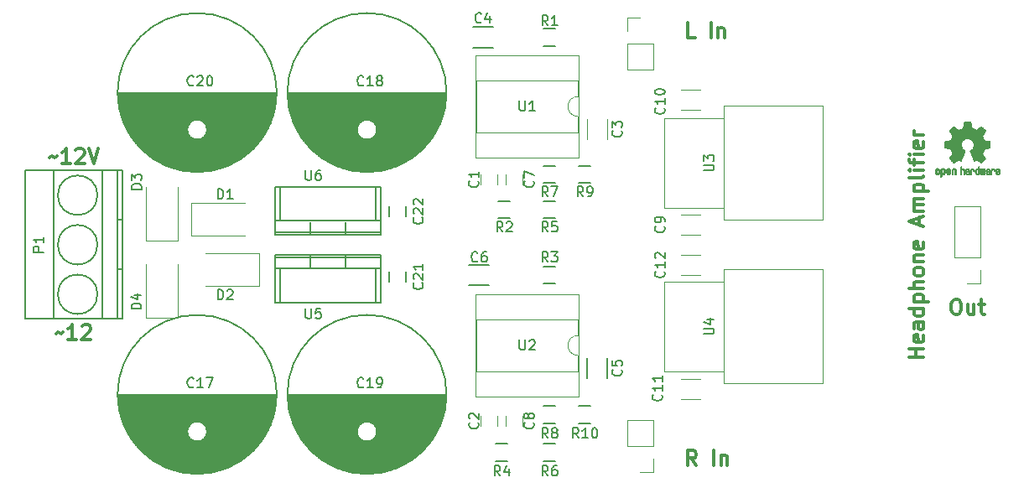
<source format=gbr>
G04 #@! TF.FileFunction,Legend,Top*
%FSLAX46Y46*%
G04 Gerber Fmt 4.6, Leading zero omitted, Abs format (unit mm)*
G04 Created by KiCad (PCBNEW 4.0.5-e0-6337~49~ubuntu15.04.1) date Thu Oct 26 21:35:40 2017*
%MOMM*%
%LPD*%
G01*
G04 APERTURE LIST*
%ADD10C,0.100000*%
%ADD11C,0.300000*%
%ADD12C,0.120000*%
%ADD13C,0.150000*%
%ADD14C,0.010000*%
G04 APERTURE END LIST*
D10*
D11*
X147998571Y-62121428D02*
X146498571Y-62121428D01*
X147212857Y-62121428D02*
X147212857Y-61264285D01*
X147998571Y-61264285D02*
X146498571Y-61264285D01*
X147927143Y-59978571D02*
X147998571Y-60121428D01*
X147998571Y-60407142D01*
X147927143Y-60549999D01*
X147784286Y-60621428D01*
X147212857Y-60621428D01*
X147070000Y-60549999D01*
X146998571Y-60407142D01*
X146998571Y-60121428D01*
X147070000Y-59978571D01*
X147212857Y-59907142D01*
X147355714Y-59907142D01*
X147498571Y-60621428D01*
X147998571Y-58621428D02*
X147212857Y-58621428D01*
X147070000Y-58692857D01*
X146998571Y-58835714D01*
X146998571Y-59121428D01*
X147070000Y-59264285D01*
X147927143Y-58621428D02*
X147998571Y-58764285D01*
X147998571Y-59121428D01*
X147927143Y-59264285D01*
X147784286Y-59335714D01*
X147641429Y-59335714D01*
X147498571Y-59264285D01*
X147427143Y-59121428D01*
X147427143Y-58764285D01*
X147355714Y-58621428D01*
X147998571Y-57264285D02*
X146498571Y-57264285D01*
X147927143Y-57264285D02*
X147998571Y-57407142D01*
X147998571Y-57692856D01*
X147927143Y-57835714D01*
X147855714Y-57907142D01*
X147712857Y-57978571D01*
X147284286Y-57978571D01*
X147141429Y-57907142D01*
X147070000Y-57835714D01*
X146998571Y-57692856D01*
X146998571Y-57407142D01*
X147070000Y-57264285D01*
X146998571Y-56549999D02*
X148498571Y-56549999D01*
X147070000Y-56549999D02*
X146998571Y-56407142D01*
X146998571Y-56121428D01*
X147070000Y-55978571D01*
X147141429Y-55907142D01*
X147284286Y-55835713D01*
X147712857Y-55835713D01*
X147855714Y-55907142D01*
X147927143Y-55978571D01*
X147998571Y-56121428D01*
X147998571Y-56407142D01*
X147927143Y-56549999D01*
X147998571Y-55192856D02*
X146498571Y-55192856D01*
X147998571Y-54549999D02*
X147212857Y-54549999D01*
X147070000Y-54621428D01*
X146998571Y-54764285D01*
X146998571Y-54978570D01*
X147070000Y-55121428D01*
X147141429Y-55192856D01*
X147998571Y-53621427D02*
X147927143Y-53764285D01*
X147855714Y-53835713D01*
X147712857Y-53907142D01*
X147284286Y-53907142D01*
X147141429Y-53835713D01*
X147070000Y-53764285D01*
X146998571Y-53621427D01*
X146998571Y-53407142D01*
X147070000Y-53264285D01*
X147141429Y-53192856D01*
X147284286Y-53121427D01*
X147712857Y-53121427D01*
X147855714Y-53192856D01*
X147927143Y-53264285D01*
X147998571Y-53407142D01*
X147998571Y-53621427D01*
X146998571Y-52478570D02*
X147998571Y-52478570D01*
X147141429Y-52478570D02*
X147070000Y-52407142D01*
X146998571Y-52264284D01*
X146998571Y-52049999D01*
X147070000Y-51907142D01*
X147212857Y-51835713D01*
X147998571Y-51835713D01*
X147927143Y-50549999D02*
X147998571Y-50692856D01*
X147998571Y-50978570D01*
X147927143Y-51121427D01*
X147784286Y-51192856D01*
X147212857Y-51192856D01*
X147070000Y-51121427D01*
X146998571Y-50978570D01*
X146998571Y-50692856D01*
X147070000Y-50549999D01*
X147212857Y-50478570D01*
X147355714Y-50478570D01*
X147498571Y-51192856D01*
X147570000Y-48764285D02*
X147570000Y-48049999D01*
X147998571Y-48907142D02*
X146498571Y-48407142D01*
X147998571Y-47907142D01*
X147998571Y-47407142D02*
X146998571Y-47407142D01*
X147141429Y-47407142D02*
X147070000Y-47335714D01*
X146998571Y-47192856D01*
X146998571Y-46978571D01*
X147070000Y-46835714D01*
X147212857Y-46764285D01*
X147998571Y-46764285D01*
X147212857Y-46764285D02*
X147070000Y-46692856D01*
X146998571Y-46549999D01*
X146998571Y-46335714D01*
X147070000Y-46192856D01*
X147212857Y-46121428D01*
X147998571Y-46121428D01*
X146998571Y-45407142D02*
X148498571Y-45407142D01*
X147070000Y-45407142D02*
X146998571Y-45264285D01*
X146998571Y-44978571D01*
X147070000Y-44835714D01*
X147141429Y-44764285D01*
X147284286Y-44692856D01*
X147712857Y-44692856D01*
X147855714Y-44764285D01*
X147927143Y-44835714D01*
X147998571Y-44978571D01*
X147998571Y-45264285D01*
X147927143Y-45407142D01*
X147998571Y-43835713D02*
X147927143Y-43978571D01*
X147784286Y-44049999D01*
X146498571Y-44049999D01*
X147998571Y-43264285D02*
X146998571Y-43264285D01*
X146498571Y-43264285D02*
X146570000Y-43335714D01*
X146641429Y-43264285D01*
X146570000Y-43192857D01*
X146498571Y-43264285D01*
X146641429Y-43264285D01*
X146998571Y-42764285D02*
X146998571Y-42192856D01*
X147998571Y-42549999D02*
X146712857Y-42549999D01*
X146570000Y-42478571D01*
X146498571Y-42335713D01*
X146498571Y-42192856D01*
X147998571Y-41692856D02*
X146998571Y-41692856D01*
X146498571Y-41692856D02*
X146570000Y-41764285D01*
X146641429Y-41692856D01*
X146570000Y-41621428D01*
X146498571Y-41692856D01*
X146641429Y-41692856D01*
X147927143Y-40407142D02*
X147998571Y-40549999D01*
X147998571Y-40835713D01*
X147927143Y-40978570D01*
X147784286Y-41049999D01*
X147212857Y-41049999D01*
X147070000Y-40978570D01*
X146998571Y-40835713D01*
X146998571Y-40549999D01*
X147070000Y-40407142D01*
X147212857Y-40335713D01*
X147355714Y-40335713D01*
X147498571Y-41049999D01*
X147998571Y-39692856D02*
X146998571Y-39692856D01*
X147284286Y-39692856D02*
X147141429Y-39621428D01*
X147070000Y-39549999D01*
X146998571Y-39407142D01*
X146998571Y-39264285D01*
X151150000Y-56328571D02*
X151435714Y-56328571D01*
X151578572Y-56400000D01*
X151721429Y-56542857D01*
X151792857Y-56828571D01*
X151792857Y-57328571D01*
X151721429Y-57614286D01*
X151578572Y-57757143D01*
X151435714Y-57828571D01*
X151150000Y-57828571D01*
X151007143Y-57757143D01*
X150864286Y-57614286D01*
X150792857Y-57328571D01*
X150792857Y-56828571D01*
X150864286Y-56542857D01*
X151007143Y-56400000D01*
X151150000Y-56328571D01*
X153078572Y-56828571D02*
X153078572Y-57828571D01*
X152435715Y-56828571D02*
X152435715Y-57614286D01*
X152507143Y-57757143D01*
X152650001Y-57828571D01*
X152864286Y-57828571D01*
X153007143Y-57757143D01*
X153078572Y-57685714D01*
X153578572Y-56828571D02*
X154150001Y-56828571D01*
X153792858Y-56328571D02*
X153792858Y-57614286D01*
X153864286Y-57757143D01*
X154007144Y-57828571D01*
X154150001Y-57828571D01*
X125039286Y-73068571D02*
X124539286Y-72354286D01*
X124182143Y-73068571D02*
X124182143Y-71568571D01*
X124753571Y-71568571D01*
X124896429Y-71640000D01*
X124967857Y-71711429D01*
X125039286Y-71854286D01*
X125039286Y-72068571D01*
X124967857Y-72211429D01*
X124896429Y-72282857D01*
X124753571Y-72354286D01*
X124182143Y-72354286D01*
X126825000Y-73068571D02*
X126825000Y-71568571D01*
X127539286Y-72068571D02*
X127539286Y-73068571D01*
X127539286Y-72211429D02*
X127610714Y-72140000D01*
X127753572Y-72068571D01*
X127967857Y-72068571D01*
X128110714Y-72140000D01*
X128182143Y-72282857D01*
X128182143Y-73068571D01*
X124896429Y-29888571D02*
X124182143Y-29888571D01*
X124182143Y-28388571D01*
X126539286Y-29888571D02*
X126539286Y-28388571D01*
X127253572Y-28888571D02*
X127253572Y-29888571D01*
X127253572Y-29031429D02*
X127325000Y-28960000D01*
X127467858Y-28888571D01*
X127682143Y-28888571D01*
X127825000Y-28960000D01*
X127896429Y-29102857D01*
X127896429Y-29888571D01*
X60408572Y-59797143D02*
X60480001Y-59725714D01*
X60622858Y-59654286D01*
X60908572Y-59797143D01*
X61051429Y-59725714D01*
X61122858Y-59654286D01*
X62480001Y-60368571D02*
X61622858Y-60368571D01*
X62051430Y-60368571D02*
X62051430Y-58868571D01*
X61908573Y-59082857D01*
X61765715Y-59225714D01*
X61622858Y-59297143D01*
X63051429Y-59011429D02*
X63122858Y-58940000D01*
X63265715Y-58868571D01*
X63622858Y-58868571D01*
X63765715Y-58940000D01*
X63837144Y-59011429D01*
X63908572Y-59154286D01*
X63908572Y-59297143D01*
X63837144Y-59511429D01*
X62980001Y-60368571D01*
X63908572Y-60368571D01*
X59765715Y-42017143D02*
X59837144Y-41945714D01*
X59980001Y-41874286D01*
X60265715Y-42017143D01*
X60408572Y-41945714D01*
X60480001Y-41874286D01*
X61837144Y-42588571D02*
X60980001Y-42588571D01*
X61408573Y-42588571D02*
X61408573Y-41088571D01*
X61265716Y-41302857D01*
X61122858Y-41445714D01*
X60980001Y-41517143D01*
X62408572Y-41231429D02*
X62480001Y-41160000D01*
X62622858Y-41088571D01*
X62980001Y-41088571D01*
X63122858Y-41160000D01*
X63194287Y-41231429D01*
X63265715Y-41374286D01*
X63265715Y-41517143D01*
X63194287Y-41731429D01*
X62337144Y-42588571D01*
X63265715Y-42588571D01*
X63694286Y-41088571D02*
X64194286Y-42588571D01*
X64694286Y-41088571D01*
D12*
X153730000Y-46930000D02*
X151070000Y-46930000D01*
X153730000Y-52070000D02*
X153730000Y-46930000D01*
X151070000Y-52070000D02*
X151070000Y-46930000D01*
X153730000Y-52070000D02*
X151070000Y-52070000D01*
X153730000Y-53340000D02*
X153730000Y-54670000D01*
X153730000Y-54670000D02*
X152400000Y-54670000D01*
X125460000Y-64385000D02*
X123460000Y-64385000D01*
X123460000Y-66425000D02*
X125460000Y-66425000D01*
X113090000Y-61960000D02*
G75*
G02X113090000Y-59960000I0J1000000D01*
G01*
X113090000Y-59960000D02*
X113090000Y-58310000D01*
X113090000Y-58310000D02*
X102810000Y-58310000D01*
X102810000Y-58310000D02*
X102810000Y-63610000D01*
X102810000Y-63610000D02*
X113090000Y-63610000D01*
X113090000Y-63610000D02*
X113090000Y-61960000D01*
X113150000Y-55820000D02*
X102750000Y-55820000D01*
X102750000Y-55820000D02*
X102750000Y-66100000D01*
X102750000Y-66100000D02*
X113150000Y-66100000D01*
X113150000Y-66100000D02*
X113150000Y-55820000D01*
D13*
X104505000Y-28820000D02*
X102505000Y-28820000D01*
X102505000Y-30870000D02*
X104505000Y-30870000D01*
X116087000Y-64270000D02*
X116087000Y-62270000D01*
X114037000Y-62270000D02*
X114037000Y-64270000D01*
X104100000Y-52823000D02*
X102100000Y-52823000D01*
X102100000Y-54873000D02*
X104100000Y-54873000D01*
X82649451Y-65987033D02*
X66649451Y-65987033D01*
X82646451Y-66127033D02*
X66652451Y-66127033D01*
X82641451Y-66267033D02*
X66657451Y-66267033D01*
X82634451Y-66407033D02*
X66664451Y-66407033D01*
X82624451Y-66547033D02*
X66674451Y-66547033D01*
X82611451Y-66687033D02*
X66687451Y-66687033D01*
X82597451Y-66827033D02*
X66701451Y-66827033D01*
X82579451Y-66967033D02*
X66719451Y-66967033D01*
X82559451Y-67107033D02*
X66739451Y-67107033D01*
X82537451Y-67247033D02*
X66761451Y-67247033D01*
X82512451Y-67387033D02*
X66786451Y-67387033D01*
X82484451Y-67527033D02*
X66814451Y-67527033D01*
X82454451Y-67667033D02*
X66844451Y-67667033D01*
X82421451Y-67807033D02*
X66877451Y-67807033D01*
X82386451Y-67947033D02*
X66912451Y-67947033D01*
X82348451Y-68087033D02*
X66950451Y-68087033D01*
X82307451Y-68227033D02*
X66991451Y-68227033D01*
X82263451Y-68367033D02*
X67035451Y-68367033D01*
X82216451Y-68507033D02*
X67082451Y-68507033D01*
X82167451Y-68647033D02*
X67131451Y-68647033D01*
X82115451Y-68787033D02*
X75133451Y-68787033D01*
X74165451Y-68787033D02*
X67183451Y-68787033D01*
X82059451Y-68927033D02*
X75327451Y-68927033D01*
X73971451Y-68927033D02*
X67239451Y-68927033D01*
X82001451Y-69067033D02*
X75453451Y-69067033D01*
X73845451Y-69067033D02*
X67297451Y-69067033D01*
X81939451Y-69207033D02*
X75539451Y-69207033D01*
X73759451Y-69207033D02*
X67359451Y-69207033D01*
X81874451Y-69347033D02*
X75598451Y-69347033D01*
X73700451Y-69347033D02*
X67424451Y-69347033D01*
X81806451Y-69487033D02*
X75634451Y-69487033D01*
X73664451Y-69487033D02*
X67492451Y-69487033D01*
X81734451Y-69627033D02*
X75648451Y-69627033D01*
X73650451Y-69627033D02*
X67564451Y-69627033D01*
X81659451Y-69767033D02*
X75643451Y-69767033D01*
X73655451Y-69767033D02*
X67639451Y-69767033D01*
X81580451Y-69907033D02*
X75619451Y-69907033D01*
X73679451Y-69907033D02*
X67718451Y-69907033D01*
X81497451Y-70047033D02*
X75572451Y-70047033D01*
X73726451Y-70047033D02*
X67801451Y-70047033D01*
X81411451Y-70187033D02*
X75500451Y-70187033D01*
X73798451Y-70187033D02*
X67887451Y-70187033D01*
X81320451Y-70327033D02*
X75396451Y-70327033D01*
X73902451Y-70327033D02*
X67978451Y-70327033D01*
X81226451Y-70467033D02*
X75242451Y-70467033D01*
X74056451Y-70467033D02*
X68072451Y-70467033D01*
X81126451Y-70607033D02*
X74976451Y-70607033D01*
X74322451Y-70607033D02*
X68172451Y-70607033D01*
X81023451Y-70747033D02*
X68275451Y-70747033D01*
X80914451Y-70887033D02*
X68384451Y-70887033D01*
X80800451Y-71027033D02*
X68498451Y-71027033D01*
X80681451Y-71167033D02*
X68617451Y-71167033D01*
X80556451Y-71307033D02*
X68742451Y-71307033D01*
X80425451Y-71447033D02*
X68873451Y-71447033D01*
X80288451Y-71587033D02*
X69010451Y-71587033D01*
X80143451Y-71727033D02*
X69155451Y-71727033D01*
X79991451Y-71867033D02*
X69307451Y-71867033D01*
X79831451Y-72007033D02*
X69467451Y-72007033D01*
X79661451Y-72147033D02*
X69637451Y-72147033D01*
X79482451Y-72287033D02*
X69816451Y-72287033D01*
X79292451Y-72427033D02*
X70006451Y-72427033D01*
X79089451Y-72567033D02*
X70209451Y-72567033D01*
X78871451Y-72707033D02*
X70427451Y-72707033D01*
X78637451Y-72847033D02*
X70661451Y-72847033D01*
X78383451Y-72987033D02*
X70915451Y-72987033D01*
X78105451Y-73127033D02*
X71193451Y-73127033D01*
X77796451Y-73267033D02*
X71502451Y-73267033D01*
X77446451Y-73407033D02*
X71852451Y-73407033D01*
X77038451Y-73547033D02*
X72260451Y-73547033D01*
X76533451Y-73687033D02*
X72765451Y-73687033D01*
X75812451Y-73827033D02*
X73486451Y-73827033D01*
X75649451Y-69662033D02*
G75*
G03X75649451Y-69662033I-1000000J0D01*
G01*
X82686951Y-65912033D02*
G75*
G03X82686951Y-65912033I-8037500J0D01*
G01*
X99794451Y-35507033D02*
X83794451Y-35507033D01*
X99791451Y-35647033D02*
X83797451Y-35647033D01*
X99786451Y-35787033D02*
X83802451Y-35787033D01*
X99779451Y-35927033D02*
X83809451Y-35927033D01*
X99769451Y-36067033D02*
X83819451Y-36067033D01*
X99756451Y-36207033D02*
X83832451Y-36207033D01*
X99742451Y-36347033D02*
X83846451Y-36347033D01*
X99724451Y-36487033D02*
X83864451Y-36487033D01*
X99704451Y-36627033D02*
X83884451Y-36627033D01*
X99682451Y-36767033D02*
X83906451Y-36767033D01*
X99657451Y-36907033D02*
X83931451Y-36907033D01*
X99629451Y-37047033D02*
X83959451Y-37047033D01*
X99599451Y-37187033D02*
X83989451Y-37187033D01*
X99566451Y-37327033D02*
X84022451Y-37327033D01*
X99531451Y-37467033D02*
X84057451Y-37467033D01*
X99493451Y-37607033D02*
X84095451Y-37607033D01*
X99452451Y-37747033D02*
X84136451Y-37747033D01*
X99408451Y-37887033D02*
X84180451Y-37887033D01*
X99361451Y-38027033D02*
X84227451Y-38027033D01*
X99312451Y-38167033D02*
X84276451Y-38167033D01*
X99260451Y-38307033D02*
X92278451Y-38307033D01*
X91310451Y-38307033D02*
X84328451Y-38307033D01*
X99204451Y-38447033D02*
X92472451Y-38447033D01*
X91116451Y-38447033D02*
X84384451Y-38447033D01*
X99146451Y-38587033D02*
X92598451Y-38587033D01*
X90990451Y-38587033D02*
X84442451Y-38587033D01*
X99084451Y-38727033D02*
X92684451Y-38727033D01*
X90904451Y-38727033D02*
X84504451Y-38727033D01*
X99019451Y-38867033D02*
X92743451Y-38867033D01*
X90845451Y-38867033D02*
X84569451Y-38867033D01*
X98951451Y-39007033D02*
X92779451Y-39007033D01*
X90809451Y-39007033D02*
X84637451Y-39007033D01*
X98879451Y-39147033D02*
X92793451Y-39147033D01*
X90795451Y-39147033D02*
X84709451Y-39147033D01*
X98804451Y-39287033D02*
X92788451Y-39287033D01*
X90800451Y-39287033D02*
X84784451Y-39287033D01*
X98725451Y-39427033D02*
X92764451Y-39427033D01*
X90824451Y-39427033D02*
X84863451Y-39427033D01*
X98642451Y-39567033D02*
X92717451Y-39567033D01*
X90871451Y-39567033D02*
X84946451Y-39567033D01*
X98556451Y-39707033D02*
X92645451Y-39707033D01*
X90943451Y-39707033D02*
X85032451Y-39707033D01*
X98465451Y-39847033D02*
X92541451Y-39847033D01*
X91047451Y-39847033D02*
X85123451Y-39847033D01*
X98371451Y-39987033D02*
X92387451Y-39987033D01*
X91201451Y-39987033D02*
X85217451Y-39987033D01*
X98271451Y-40127033D02*
X92121451Y-40127033D01*
X91467451Y-40127033D02*
X85317451Y-40127033D01*
X98168451Y-40267033D02*
X85420451Y-40267033D01*
X98059451Y-40407033D02*
X85529451Y-40407033D01*
X97945451Y-40547033D02*
X85643451Y-40547033D01*
X97826451Y-40687033D02*
X85762451Y-40687033D01*
X97701451Y-40827033D02*
X85887451Y-40827033D01*
X97570451Y-40967033D02*
X86018451Y-40967033D01*
X97433451Y-41107033D02*
X86155451Y-41107033D01*
X97288451Y-41247033D02*
X86300451Y-41247033D01*
X97136451Y-41387033D02*
X86452451Y-41387033D01*
X96976451Y-41527033D02*
X86612451Y-41527033D01*
X96806451Y-41667033D02*
X86782451Y-41667033D01*
X96627451Y-41807033D02*
X86961451Y-41807033D01*
X96437451Y-41947033D02*
X87151451Y-41947033D01*
X96234451Y-42087033D02*
X87354451Y-42087033D01*
X96016451Y-42227033D02*
X87572451Y-42227033D01*
X95782451Y-42367033D02*
X87806451Y-42367033D01*
X95528451Y-42507033D02*
X88060451Y-42507033D01*
X95250451Y-42647033D02*
X88338451Y-42647033D01*
X94941451Y-42787033D02*
X88647451Y-42787033D01*
X94591451Y-42927033D02*
X88997451Y-42927033D01*
X94183451Y-43067033D02*
X89405451Y-43067033D01*
X93678451Y-43207033D02*
X89910451Y-43207033D01*
X92957451Y-43347033D02*
X90631451Y-43347033D01*
X92794451Y-39182033D02*
G75*
G03X92794451Y-39182033I-1000000J0D01*
G01*
X99831951Y-35432033D02*
G75*
G03X99831951Y-35432033I-8037500J0D01*
G01*
X99794451Y-65987033D02*
X83794451Y-65987033D01*
X99791451Y-66127033D02*
X83797451Y-66127033D01*
X99786451Y-66267033D02*
X83802451Y-66267033D01*
X99779451Y-66407033D02*
X83809451Y-66407033D01*
X99769451Y-66547033D02*
X83819451Y-66547033D01*
X99756451Y-66687033D02*
X83832451Y-66687033D01*
X99742451Y-66827033D02*
X83846451Y-66827033D01*
X99724451Y-66967033D02*
X83864451Y-66967033D01*
X99704451Y-67107033D02*
X83884451Y-67107033D01*
X99682451Y-67247033D02*
X83906451Y-67247033D01*
X99657451Y-67387033D02*
X83931451Y-67387033D01*
X99629451Y-67527033D02*
X83959451Y-67527033D01*
X99599451Y-67667033D02*
X83989451Y-67667033D01*
X99566451Y-67807033D02*
X84022451Y-67807033D01*
X99531451Y-67947033D02*
X84057451Y-67947033D01*
X99493451Y-68087033D02*
X84095451Y-68087033D01*
X99452451Y-68227033D02*
X84136451Y-68227033D01*
X99408451Y-68367033D02*
X84180451Y-68367033D01*
X99361451Y-68507033D02*
X84227451Y-68507033D01*
X99312451Y-68647033D02*
X84276451Y-68647033D01*
X99260451Y-68787033D02*
X92278451Y-68787033D01*
X91310451Y-68787033D02*
X84328451Y-68787033D01*
X99204451Y-68927033D02*
X92472451Y-68927033D01*
X91116451Y-68927033D02*
X84384451Y-68927033D01*
X99146451Y-69067033D02*
X92598451Y-69067033D01*
X90990451Y-69067033D02*
X84442451Y-69067033D01*
X99084451Y-69207033D02*
X92684451Y-69207033D01*
X90904451Y-69207033D02*
X84504451Y-69207033D01*
X99019451Y-69347033D02*
X92743451Y-69347033D01*
X90845451Y-69347033D02*
X84569451Y-69347033D01*
X98951451Y-69487033D02*
X92779451Y-69487033D01*
X90809451Y-69487033D02*
X84637451Y-69487033D01*
X98879451Y-69627033D02*
X92793451Y-69627033D01*
X90795451Y-69627033D02*
X84709451Y-69627033D01*
X98804451Y-69767033D02*
X92788451Y-69767033D01*
X90800451Y-69767033D02*
X84784451Y-69767033D01*
X98725451Y-69907033D02*
X92764451Y-69907033D01*
X90824451Y-69907033D02*
X84863451Y-69907033D01*
X98642451Y-70047033D02*
X92717451Y-70047033D01*
X90871451Y-70047033D02*
X84946451Y-70047033D01*
X98556451Y-70187033D02*
X92645451Y-70187033D01*
X90943451Y-70187033D02*
X85032451Y-70187033D01*
X98465451Y-70327033D02*
X92541451Y-70327033D01*
X91047451Y-70327033D02*
X85123451Y-70327033D01*
X98371451Y-70467033D02*
X92387451Y-70467033D01*
X91201451Y-70467033D02*
X85217451Y-70467033D01*
X98271451Y-70607033D02*
X92121451Y-70607033D01*
X91467451Y-70607033D02*
X85317451Y-70607033D01*
X98168451Y-70747033D02*
X85420451Y-70747033D01*
X98059451Y-70887033D02*
X85529451Y-70887033D01*
X97945451Y-71027033D02*
X85643451Y-71027033D01*
X97826451Y-71167033D02*
X85762451Y-71167033D01*
X97701451Y-71307033D02*
X85887451Y-71307033D01*
X97570451Y-71447033D02*
X86018451Y-71447033D01*
X97433451Y-71587033D02*
X86155451Y-71587033D01*
X97288451Y-71727033D02*
X86300451Y-71727033D01*
X97136451Y-71867033D02*
X86452451Y-71867033D01*
X96976451Y-72007033D02*
X86612451Y-72007033D01*
X96806451Y-72147033D02*
X86782451Y-72147033D01*
X96627451Y-72287033D02*
X86961451Y-72287033D01*
X96437451Y-72427033D02*
X87151451Y-72427033D01*
X96234451Y-72567033D02*
X87354451Y-72567033D01*
X96016451Y-72707033D02*
X87572451Y-72707033D01*
X95782451Y-72847033D02*
X87806451Y-72847033D01*
X95528451Y-72987033D02*
X88060451Y-72987033D01*
X95250451Y-73127033D02*
X88338451Y-73127033D01*
X94941451Y-73267033D02*
X88647451Y-73267033D01*
X94591451Y-73407033D02*
X88997451Y-73407033D01*
X94183451Y-73547033D02*
X89405451Y-73547033D01*
X93678451Y-73687033D02*
X89910451Y-73687033D01*
X92957451Y-73827033D02*
X90631451Y-73827033D01*
X92794451Y-69662033D02*
G75*
G03X92794451Y-69662033I-1000000J0D01*
G01*
X99831951Y-65912033D02*
G75*
G03X99831951Y-65912033I-8037500J0D01*
G01*
X82649451Y-35507033D02*
X66649451Y-35507033D01*
X82646451Y-35647033D02*
X66652451Y-35647033D01*
X82641451Y-35787033D02*
X66657451Y-35787033D01*
X82634451Y-35927033D02*
X66664451Y-35927033D01*
X82624451Y-36067033D02*
X66674451Y-36067033D01*
X82611451Y-36207033D02*
X66687451Y-36207033D01*
X82597451Y-36347033D02*
X66701451Y-36347033D01*
X82579451Y-36487033D02*
X66719451Y-36487033D01*
X82559451Y-36627033D02*
X66739451Y-36627033D01*
X82537451Y-36767033D02*
X66761451Y-36767033D01*
X82512451Y-36907033D02*
X66786451Y-36907033D01*
X82484451Y-37047033D02*
X66814451Y-37047033D01*
X82454451Y-37187033D02*
X66844451Y-37187033D01*
X82421451Y-37327033D02*
X66877451Y-37327033D01*
X82386451Y-37467033D02*
X66912451Y-37467033D01*
X82348451Y-37607033D02*
X66950451Y-37607033D01*
X82307451Y-37747033D02*
X66991451Y-37747033D01*
X82263451Y-37887033D02*
X67035451Y-37887033D01*
X82216451Y-38027033D02*
X67082451Y-38027033D01*
X82167451Y-38167033D02*
X67131451Y-38167033D01*
X82115451Y-38307033D02*
X75133451Y-38307033D01*
X74165451Y-38307033D02*
X67183451Y-38307033D01*
X82059451Y-38447033D02*
X75327451Y-38447033D01*
X73971451Y-38447033D02*
X67239451Y-38447033D01*
X82001451Y-38587033D02*
X75453451Y-38587033D01*
X73845451Y-38587033D02*
X67297451Y-38587033D01*
X81939451Y-38727033D02*
X75539451Y-38727033D01*
X73759451Y-38727033D02*
X67359451Y-38727033D01*
X81874451Y-38867033D02*
X75598451Y-38867033D01*
X73700451Y-38867033D02*
X67424451Y-38867033D01*
X81806451Y-39007033D02*
X75634451Y-39007033D01*
X73664451Y-39007033D02*
X67492451Y-39007033D01*
X81734451Y-39147033D02*
X75648451Y-39147033D01*
X73650451Y-39147033D02*
X67564451Y-39147033D01*
X81659451Y-39287033D02*
X75643451Y-39287033D01*
X73655451Y-39287033D02*
X67639451Y-39287033D01*
X81580451Y-39427033D02*
X75619451Y-39427033D01*
X73679451Y-39427033D02*
X67718451Y-39427033D01*
X81497451Y-39567033D02*
X75572451Y-39567033D01*
X73726451Y-39567033D02*
X67801451Y-39567033D01*
X81411451Y-39707033D02*
X75500451Y-39707033D01*
X73798451Y-39707033D02*
X67887451Y-39707033D01*
X81320451Y-39847033D02*
X75396451Y-39847033D01*
X73902451Y-39847033D02*
X67978451Y-39847033D01*
X81226451Y-39987033D02*
X75242451Y-39987033D01*
X74056451Y-39987033D02*
X68072451Y-39987033D01*
X81126451Y-40127033D02*
X74976451Y-40127033D01*
X74322451Y-40127033D02*
X68172451Y-40127033D01*
X81023451Y-40267033D02*
X68275451Y-40267033D01*
X80914451Y-40407033D02*
X68384451Y-40407033D01*
X80800451Y-40547033D02*
X68498451Y-40547033D01*
X80681451Y-40687033D02*
X68617451Y-40687033D01*
X80556451Y-40827033D02*
X68742451Y-40827033D01*
X80425451Y-40967033D02*
X68873451Y-40967033D01*
X80288451Y-41107033D02*
X69010451Y-41107033D01*
X80143451Y-41247033D02*
X69155451Y-41247033D01*
X79991451Y-41387033D02*
X69307451Y-41387033D01*
X79831451Y-41527033D02*
X69467451Y-41527033D01*
X79661451Y-41667033D02*
X69637451Y-41667033D01*
X79482451Y-41807033D02*
X69816451Y-41807033D01*
X79292451Y-41947033D02*
X70006451Y-41947033D01*
X79089451Y-42087033D02*
X70209451Y-42087033D01*
X78871451Y-42227033D02*
X70427451Y-42227033D01*
X78637451Y-42367033D02*
X70661451Y-42367033D01*
X78383451Y-42507033D02*
X70915451Y-42507033D01*
X78105451Y-42647033D02*
X71193451Y-42647033D01*
X77796451Y-42787033D02*
X71502451Y-42787033D01*
X77446451Y-42927033D02*
X71852451Y-42927033D01*
X77038451Y-43067033D02*
X72260451Y-43067033D01*
X76533451Y-43207033D02*
X72765451Y-43207033D01*
X75812451Y-43347033D02*
X73486451Y-43347033D01*
X75649451Y-39182033D02*
G75*
G03X75649451Y-39182033I-1000000J0D01*
G01*
X82686951Y-35432033D02*
G75*
G03X82686951Y-35432033I-8037500J0D01*
G01*
X95756456Y-54514640D02*
X95756456Y-53514640D01*
X94056456Y-53514640D02*
X94056456Y-54514640D01*
X95756456Y-47910640D02*
X95756456Y-46910640D01*
X94056456Y-46910640D02*
X94056456Y-47910640D01*
X110836000Y-30720000D02*
X109636000Y-30720000D01*
X109636000Y-28970000D02*
X110836000Y-28970000D01*
X105064000Y-46369000D02*
X106264000Y-46369000D01*
X106264000Y-48119000D02*
X105064000Y-48119000D01*
X110836000Y-54723000D02*
X109636000Y-54723000D01*
X109636000Y-52973000D02*
X110836000Y-52973000D01*
X104810000Y-70880000D02*
X106010000Y-70880000D01*
X106010000Y-72630000D02*
X104810000Y-72630000D01*
X109636000Y-46369000D02*
X110836000Y-46369000D01*
X110836000Y-48119000D02*
X109636000Y-48119000D01*
X109636000Y-70880000D02*
X110836000Y-70880000D01*
X110836000Y-72630000D02*
X109636000Y-72630000D01*
X109636000Y-42813000D02*
X110836000Y-42813000D01*
X110836000Y-44563000D02*
X109636000Y-44563000D01*
X109636000Y-67070000D02*
X110836000Y-67070000D01*
X110836000Y-68820000D02*
X109636000Y-68820000D01*
X113192000Y-42813000D02*
X114392000Y-42813000D01*
X114392000Y-44563000D02*
X113192000Y-44563000D01*
X113192000Y-67070000D02*
X114392000Y-67070000D01*
X114392000Y-68820000D02*
X113192000Y-68820000D01*
D10*
X121805000Y-47045000D02*
X127805000Y-47045000D01*
X121805000Y-38045000D02*
X127805000Y-38045000D01*
X127805000Y-36795000D02*
X127805000Y-48295000D01*
X137805000Y-36795000D02*
X137805000Y-48295000D01*
X127805000Y-36795000D02*
X137805000Y-36795000D01*
X121805000Y-47045000D02*
X121805000Y-38045000D01*
X137805000Y-48295000D02*
X127805000Y-48295000D01*
X121805000Y-63555000D02*
X127805000Y-63555000D01*
X121805000Y-54555000D02*
X127805000Y-54555000D01*
X127805000Y-53305000D02*
X127805000Y-64805000D01*
X137805000Y-53305000D02*
X137805000Y-64805000D01*
X127805000Y-53305000D02*
X137805000Y-53305000D01*
X121805000Y-63555000D02*
X121805000Y-54555000D01*
X137805000Y-64805000D02*
X127805000Y-64805000D01*
D13*
X92710000Y-53213000D02*
X92710000Y-56642000D01*
X83058000Y-53213000D02*
X83058000Y-56642000D01*
X93218000Y-52070000D02*
X82550000Y-52070000D01*
X89662000Y-53086000D02*
X89662000Y-51816000D01*
X86106000Y-53086000D02*
X86106000Y-51816000D01*
X82550000Y-53213000D02*
X93218000Y-53213000D01*
X93218000Y-56642000D02*
X82550000Y-56642000D01*
X82550000Y-51816000D02*
X82550000Y-56642000D01*
X93218000Y-51816000D02*
X93218000Y-56642000D01*
X93218000Y-51816000D02*
X82550000Y-51816000D01*
X83058000Y-48387000D02*
X83058000Y-44958000D01*
X92710000Y-48387000D02*
X92710000Y-44958000D01*
X82550000Y-49530000D02*
X93218000Y-49530000D01*
X86106000Y-48514000D02*
X86106000Y-49784000D01*
X89662000Y-48514000D02*
X89662000Y-49784000D01*
X93218000Y-48387000D02*
X82550000Y-48387000D01*
X82550000Y-44958000D02*
X93218000Y-44958000D01*
X93218000Y-49784000D02*
X93218000Y-44958000D01*
X82550000Y-49784000D02*
X82550000Y-44958000D01*
X82550000Y-49784000D02*
X93218000Y-49784000D01*
X64584000Y-45800000D02*
G75*
G03X64584000Y-45800000I-2000000J0D01*
G01*
X66584000Y-48300000D02*
X67084000Y-48300000D01*
X66584000Y-53300000D02*
X67084000Y-53300000D01*
X64584000Y-50800000D02*
G75*
G03X64584000Y-50800000I-2000000J0D01*
G01*
X64584000Y-55800000D02*
G75*
G03X64584000Y-55800000I-2000000J0D01*
G01*
X65084000Y-58300000D02*
X65084000Y-43300000D01*
X60184000Y-58300000D02*
X60184000Y-43300000D01*
X66584000Y-58300000D02*
X66584000Y-43300000D01*
X67084000Y-58300000D02*
X67084000Y-43300000D01*
X67084000Y-43300000D02*
X57284000Y-43300000D01*
X57284000Y-43300000D02*
X57284000Y-58300000D01*
X57284000Y-58300000D02*
X67084000Y-58300000D01*
D12*
X113090000Y-37830000D02*
G75*
G02X113090000Y-35830000I0J1000000D01*
G01*
X113090000Y-35830000D02*
X113090000Y-34180000D01*
X113090000Y-34180000D02*
X102810000Y-34180000D01*
X102810000Y-34180000D02*
X102810000Y-39480000D01*
X102810000Y-39480000D02*
X113090000Y-39480000D01*
X113090000Y-39480000D02*
X113090000Y-37830000D01*
X113150000Y-31690000D02*
X102750000Y-31690000D01*
X102750000Y-31690000D02*
X102750000Y-41970000D01*
X102750000Y-41970000D02*
X113150000Y-41970000D01*
X113150000Y-41970000D02*
X113150000Y-31690000D01*
X69438185Y-50390000D02*
X72738185Y-50390000D01*
X72738185Y-50390000D02*
X72738185Y-44990000D01*
X69438185Y-50390000D02*
X69438185Y-44990000D01*
X69438185Y-58133565D02*
X72738185Y-58133565D01*
X72738185Y-58133565D02*
X72738185Y-52733565D01*
X69438185Y-58133565D02*
X69438185Y-52733565D01*
X74070000Y-46610000D02*
X74070000Y-49910000D01*
X74070000Y-49910000D02*
X79470000Y-49910000D01*
X74070000Y-46610000D02*
X79470000Y-46610000D01*
X80870000Y-54990000D02*
X80870000Y-51690000D01*
X80870000Y-51690000D02*
X75470000Y-51690000D01*
X80870000Y-54990000D02*
X75470000Y-54990000D01*
X116066890Y-40116000D02*
X116066890Y-38116000D01*
X114026890Y-38116000D02*
X114026890Y-40116000D01*
X125460000Y-47748000D02*
X123460000Y-47748000D01*
X123460000Y-49788000D02*
X125460000Y-49788000D01*
X125460000Y-35175000D02*
X123460000Y-35175000D01*
X123460000Y-37215000D02*
X125460000Y-37215000D01*
X125460000Y-51812000D02*
X123460000Y-51812000D01*
X123460000Y-53852000D02*
X125460000Y-53852000D01*
X103290000Y-43696000D02*
X103290000Y-44696000D01*
X104990000Y-44696000D02*
X104990000Y-43696000D01*
X103290000Y-68080000D02*
X103290000Y-69080000D01*
X104990000Y-69080000D02*
X104990000Y-68080000D01*
X105830000Y-68080000D02*
X105830000Y-69080000D01*
X107530000Y-69080000D02*
X107530000Y-68080000D01*
X105830000Y-43696000D02*
X105830000Y-44696000D01*
X107530000Y-44696000D02*
X107530000Y-43696000D01*
X118050000Y-33080000D02*
X120710000Y-33080000D01*
X118050000Y-30480000D02*
X118050000Y-33080000D01*
X120710000Y-30480000D02*
X120710000Y-33080000D01*
X118050000Y-30480000D02*
X120710000Y-30480000D01*
X118050000Y-29210000D02*
X118050000Y-27880000D01*
X118050000Y-27880000D02*
X119380000Y-27880000D01*
X120710000Y-68520000D02*
X118050000Y-68520000D01*
X120710000Y-71120000D02*
X120710000Y-68520000D01*
X118050000Y-71120000D02*
X118050000Y-68520000D01*
X120710000Y-71120000D02*
X118050000Y-71120000D01*
X120710000Y-72390000D02*
X120710000Y-73720000D01*
X120710000Y-73720000D02*
X119380000Y-73720000D01*
D14*
G36*
X149999744Y-43067918D02*
X150055201Y-43095568D01*
X150104148Y-43146480D01*
X150117629Y-43165338D01*
X150132314Y-43190015D01*
X150141842Y-43216816D01*
X150147293Y-43252587D01*
X150149747Y-43304169D01*
X150150286Y-43372267D01*
X150147852Y-43465588D01*
X150139394Y-43535657D01*
X150123174Y-43587931D01*
X150097454Y-43627869D01*
X150060497Y-43660929D01*
X150057782Y-43662886D01*
X150021360Y-43682908D01*
X149977502Y-43692815D01*
X149921724Y-43695257D01*
X149831048Y-43695257D01*
X149831010Y-43783283D01*
X149830166Y-43832308D01*
X149825024Y-43861065D01*
X149811587Y-43878311D01*
X149785858Y-43892808D01*
X149779679Y-43895769D01*
X149750764Y-43909648D01*
X149728376Y-43918414D01*
X149711729Y-43919171D01*
X149700036Y-43909023D01*
X149692510Y-43885073D01*
X149688366Y-43844426D01*
X149686815Y-43784186D01*
X149687071Y-43701455D01*
X149688349Y-43593339D01*
X149688748Y-43561000D01*
X149690185Y-43449524D01*
X149691472Y-43376603D01*
X149830971Y-43376603D01*
X149831755Y-43438499D01*
X149835240Y-43478997D01*
X149843124Y-43505708D01*
X149857105Y-43526244D01*
X149866597Y-43536260D01*
X149905404Y-43565567D01*
X149939763Y-43567952D01*
X149975216Y-43543750D01*
X149976114Y-43542857D01*
X149990539Y-43524153D01*
X149999313Y-43498732D01*
X150003739Y-43459584D01*
X150005118Y-43399697D01*
X150005143Y-43386430D01*
X150001812Y-43303901D01*
X149990969Y-43246691D01*
X149971340Y-43211766D01*
X149941650Y-43196094D01*
X149924491Y-43194514D01*
X149883766Y-43201926D01*
X149855832Y-43226330D01*
X149839017Y-43270980D01*
X149831650Y-43339130D01*
X149830971Y-43376603D01*
X149691472Y-43376603D01*
X149691708Y-43363245D01*
X149693677Y-43298333D01*
X149696450Y-43250958D01*
X149700388Y-43217290D01*
X149705849Y-43193498D01*
X149713192Y-43175753D01*
X149722777Y-43160224D01*
X149726887Y-43154381D01*
X149781405Y-43099185D01*
X149850336Y-43067890D01*
X149930072Y-43059165D01*
X149999744Y-43067918D01*
X149999744Y-43067918D01*
G37*
X149999744Y-43067918D02*
X150055201Y-43095568D01*
X150104148Y-43146480D01*
X150117629Y-43165338D01*
X150132314Y-43190015D01*
X150141842Y-43216816D01*
X150147293Y-43252587D01*
X150149747Y-43304169D01*
X150150286Y-43372267D01*
X150147852Y-43465588D01*
X150139394Y-43535657D01*
X150123174Y-43587931D01*
X150097454Y-43627869D01*
X150060497Y-43660929D01*
X150057782Y-43662886D01*
X150021360Y-43682908D01*
X149977502Y-43692815D01*
X149921724Y-43695257D01*
X149831048Y-43695257D01*
X149831010Y-43783283D01*
X149830166Y-43832308D01*
X149825024Y-43861065D01*
X149811587Y-43878311D01*
X149785858Y-43892808D01*
X149779679Y-43895769D01*
X149750764Y-43909648D01*
X149728376Y-43918414D01*
X149711729Y-43919171D01*
X149700036Y-43909023D01*
X149692510Y-43885073D01*
X149688366Y-43844426D01*
X149686815Y-43784186D01*
X149687071Y-43701455D01*
X149688349Y-43593339D01*
X149688748Y-43561000D01*
X149690185Y-43449524D01*
X149691472Y-43376603D01*
X149830971Y-43376603D01*
X149831755Y-43438499D01*
X149835240Y-43478997D01*
X149843124Y-43505708D01*
X149857105Y-43526244D01*
X149866597Y-43536260D01*
X149905404Y-43565567D01*
X149939763Y-43567952D01*
X149975216Y-43543750D01*
X149976114Y-43542857D01*
X149990539Y-43524153D01*
X149999313Y-43498732D01*
X150003739Y-43459584D01*
X150005118Y-43399697D01*
X150005143Y-43386430D01*
X150001812Y-43303901D01*
X149990969Y-43246691D01*
X149971340Y-43211766D01*
X149941650Y-43196094D01*
X149924491Y-43194514D01*
X149883766Y-43201926D01*
X149855832Y-43226330D01*
X149839017Y-43270980D01*
X149831650Y-43339130D01*
X149830971Y-43376603D01*
X149691472Y-43376603D01*
X149691708Y-43363245D01*
X149693677Y-43298333D01*
X149696450Y-43250958D01*
X149700388Y-43217290D01*
X149705849Y-43193498D01*
X149713192Y-43175753D01*
X149722777Y-43160224D01*
X149726887Y-43154381D01*
X149781405Y-43099185D01*
X149850336Y-43067890D01*
X149930072Y-43059165D01*
X149999744Y-43067918D01*
G36*
X151116093Y-43075780D02*
X151162672Y-43102723D01*
X151195057Y-43129466D01*
X151218742Y-43157484D01*
X151235059Y-43191748D01*
X151245339Y-43237227D01*
X151250914Y-43298892D01*
X151253116Y-43381711D01*
X151253371Y-43441246D01*
X151253371Y-43660391D01*
X151191686Y-43688044D01*
X151130000Y-43715697D01*
X151122743Y-43475670D01*
X151119744Y-43386028D01*
X151116598Y-43320962D01*
X151112701Y-43276026D01*
X151107447Y-43246770D01*
X151100231Y-43228748D01*
X151090450Y-43217511D01*
X151087312Y-43215079D01*
X151039761Y-43196083D01*
X150991697Y-43203600D01*
X150963086Y-43223543D01*
X150951447Y-43237675D01*
X150943391Y-43256220D01*
X150938271Y-43284334D01*
X150935441Y-43327173D01*
X150934256Y-43389895D01*
X150934057Y-43455261D01*
X150934018Y-43537268D01*
X150932614Y-43595316D01*
X150927914Y-43634465D01*
X150917987Y-43659780D01*
X150900903Y-43676323D01*
X150874732Y-43689156D01*
X150839775Y-43702491D01*
X150801596Y-43717007D01*
X150806141Y-43459389D01*
X150807971Y-43366519D01*
X150810112Y-43297889D01*
X150813181Y-43248711D01*
X150817794Y-43214198D01*
X150824568Y-43189562D01*
X150834119Y-43170016D01*
X150845634Y-43152770D01*
X150901190Y-43097680D01*
X150968980Y-43065822D01*
X151042713Y-43058191D01*
X151116093Y-43075780D01*
X151116093Y-43075780D01*
G37*
X151116093Y-43075780D02*
X151162672Y-43102723D01*
X151195057Y-43129466D01*
X151218742Y-43157484D01*
X151235059Y-43191748D01*
X151245339Y-43237227D01*
X151250914Y-43298892D01*
X151253116Y-43381711D01*
X151253371Y-43441246D01*
X151253371Y-43660391D01*
X151191686Y-43688044D01*
X151130000Y-43715697D01*
X151122743Y-43475670D01*
X151119744Y-43386028D01*
X151116598Y-43320962D01*
X151112701Y-43276026D01*
X151107447Y-43246770D01*
X151100231Y-43228748D01*
X151090450Y-43217511D01*
X151087312Y-43215079D01*
X151039761Y-43196083D01*
X150991697Y-43203600D01*
X150963086Y-43223543D01*
X150951447Y-43237675D01*
X150943391Y-43256220D01*
X150938271Y-43284334D01*
X150935441Y-43327173D01*
X150934256Y-43389895D01*
X150934057Y-43455261D01*
X150934018Y-43537268D01*
X150932614Y-43595316D01*
X150927914Y-43634465D01*
X150917987Y-43659780D01*
X150900903Y-43676323D01*
X150874732Y-43689156D01*
X150839775Y-43702491D01*
X150801596Y-43717007D01*
X150806141Y-43459389D01*
X150807971Y-43366519D01*
X150810112Y-43297889D01*
X150813181Y-43248711D01*
X150817794Y-43214198D01*
X150824568Y-43189562D01*
X150834119Y-43170016D01*
X150845634Y-43152770D01*
X150901190Y-43097680D01*
X150968980Y-43065822D01*
X151042713Y-43058191D01*
X151116093Y-43075780D01*
G36*
X149441115Y-43069962D02*
X149509145Y-43105733D01*
X149559351Y-43163301D01*
X149577185Y-43200312D01*
X149591063Y-43255882D01*
X149598167Y-43326096D01*
X149598840Y-43402727D01*
X149593427Y-43477552D01*
X149582270Y-43542342D01*
X149565714Y-43588873D01*
X149560626Y-43596887D01*
X149500355Y-43656707D01*
X149428769Y-43692535D01*
X149351092Y-43703020D01*
X149272548Y-43686810D01*
X149250689Y-43677092D01*
X149208122Y-43647143D01*
X149170763Y-43607433D01*
X149167232Y-43602397D01*
X149152881Y-43578124D01*
X149143394Y-43552178D01*
X149137790Y-43518022D01*
X149135086Y-43469119D01*
X149134299Y-43398935D01*
X149134286Y-43383200D01*
X149134322Y-43378192D01*
X149279429Y-43378192D01*
X149280273Y-43444430D01*
X149283596Y-43488386D01*
X149290583Y-43516779D01*
X149302416Y-43536325D01*
X149308457Y-43542857D01*
X149343186Y-43567680D01*
X149376903Y-43566548D01*
X149410995Y-43545016D01*
X149431329Y-43522029D01*
X149443371Y-43488478D01*
X149450134Y-43435569D01*
X149450598Y-43429399D01*
X149451752Y-43333513D01*
X149439688Y-43262299D01*
X149414570Y-43216194D01*
X149376560Y-43195635D01*
X149362992Y-43194514D01*
X149327364Y-43200152D01*
X149302994Y-43219686D01*
X149288093Y-43257042D01*
X149280875Y-43316150D01*
X149279429Y-43378192D01*
X149134322Y-43378192D01*
X149134826Y-43308413D01*
X149137096Y-43256159D01*
X149142068Y-43219949D01*
X149150713Y-43193299D01*
X149164005Y-43169722D01*
X149166943Y-43165338D01*
X149216313Y-43106249D01*
X149270109Y-43071947D01*
X149335602Y-43058331D01*
X149357842Y-43057665D01*
X149441115Y-43069962D01*
X149441115Y-43069962D01*
G37*
X149441115Y-43069962D02*
X149509145Y-43105733D01*
X149559351Y-43163301D01*
X149577185Y-43200312D01*
X149591063Y-43255882D01*
X149598167Y-43326096D01*
X149598840Y-43402727D01*
X149593427Y-43477552D01*
X149582270Y-43542342D01*
X149565714Y-43588873D01*
X149560626Y-43596887D01*
X149500355Y-43656707D01*
X149428769Y-43692535D01*
X149351092Y-43703020D01*
X149272548Y-43686810D01*
X149250689Y-43677092D01*
X149208122Y-43647143D01*
X149170763Y-43607433D01*
X149167232Y-43602397D01*
X149152881Y-43578124D01*
X149143394Y-43552178D01*
X149137790Y-43518022D01*
X149135086Y-43469119D01*
X149134299Y-43398935D01*
X149134286Y-43383200D01*
X149134322Y-43378192D01*
X149279429Y-43378192D01*
X149280273Y-43444430D01*
X149283596Y-43488386D01*
X149290583Y-43516779D01*
X149302416Y-43536325D01*
X149308457Y-43542857D01*
X149343186Y-43567680D01*
X149376903Y-43566548D01*
X149410995Y-43545016D01*
X149431329Y-43522029D01*
X149443371Y-43488478D01*
X149450134Y-43435569D01*
X149450598Y-43429399D01*
X149451752Y-43333513D01*
X149439688Y-43262299D01*
X149414570Y-43216194D01*
X149376560Y-43195635D01*
X149362992Y-43194514D01*
X149327364Y-43200152D01*
X149302994Y-43219686D01*
X149288093Y-43257042D01*
X149280875Y-43316150D01*
X149279429Y-43378192D01*
X149134322Y-43378192D01*
X149134826Y-43308413D01*
X149137096Y-43256159D01*
X149142068Y-43219949D01*
X149150713Y-43193299D01*
X149164005Y-43169722D01*
X149166943Y-43165338D01*
X149216313Y-43106249D01*
X149270109Y-43071947D01*
X149335602Y-43058331D01*
X149357842Y-43057665D01*
X149441115Y-43069962D01*
G36*
X150568303Y-43079239D02*
X150625527Y-43117735D01*
X150669749Y-43173335D01*
X150696167Y-43244086D01*
X150701510Y-43296162D01*
X150700903Y-43317893D01*
X150695822Y-43334531D01*
X150681855Y-43349437D01*
X150654589Y-43365973D01*
X150609612Y-43387498D01*
X150542511Y-43417374D01*
X150542171Y-43417524D01*
X150480407Y-43445813D01*
X150429759Y-43470933D01*
X150395404Y-43490179D01*
X150382518Y-43500848D01*
X150382514Y-43500934D01*
X150393872Y-43524166D01*
X150420431Y-43549774D01*
X150450923Y-43568221D01*
X150466370Y-43571886D01*
X150508515Y-43559212D01*
X150544808Y-43527471D01*
X150562517Y-43492572D01*
X150579552Y-43466845D01*
X150612922Y-43437546D01*
X150652149Y-43412235D01*
X150686756Y-43398471D01*
X150693993Y-43397714D01*
X150702139Y-43410160D01*
X150702630Y-43441972D01*
X150696643Y-43484866D01*
X150685357Y-43530558D01*
X150669950Y-43570761D01*
X150669171Y-43572322D01*
X150622804Y-43637062D01*
X150562711Y-43681097D01*
X150494465Y-43702711D01*
X150423638Y-43700185D01*
X150355804Y-43671804D01*
X150352788Y-43669808D01*
X150299427Y-43621448D01*
X150264340Y-43558352D01*
X150244922Y-43475387D01*
X150242316Y-43452078D01*
X150237701Y-43342055D01*
X150243233Y-43290748D01*
X150382514Y-43290748D01*
X150384324Y-43322753D01*
X150394222Y-43332093D01*
X150418898Y-43325105D01*
X150457795Y-43308587D01*
X150501275Y-43287881D01*
X150502356Y-43287333D01*
X150539209Y-43267949D01*
X150554000Y-43255013D01*
X150550353Y-43241451D01*
X150534995Y-43223632D01*
X150495923Y-43197845D01*
X150453846Y-43195950D01*
X150416103Y-43214717D01*
X150390034Y-43250915D01*
X150382514Y-43290748D01*
X150243233Y-43290748D01*
X150247194Y-43254027D01*
X150271550Y-43184212D01*
X150305456Y-43135302D01*
X150366653Y-43085878D01*
X150434063Y-43061359D01*
X150502880Y-43059797D01*
X150568303Y-43079239D01*
X150568303Y-43079239D01*
G37*
X150568303Y-43079239D02*
X150625527Y-43117735D01*
X150669749Y-43173335D01*
X150696167Y-43244086D01*
X150701510Y-43296162D01*
X150700903Y-43317893D01*
X150695822Y-43334531D01*
X150681855Y-43349437D01*
X150654589Y-43365973D01*
X150609612Y-43387498D01*
X150542511Y-43417374D01*
X150542171Y-43417524D01*
X150480407Y-43445813D01*
X150429759Y-43470933D01*
X150395404Y-43490179D01*
X150382518Y-43500848D01*
X150382514Y-43500934D01*
X150393872Y-43524166D01*
X150420431Y-43549774D01*
X150450923Y-43568221D01*
X150466370Y-43571886D01*
X150508515Y-43559212D01*
X150544808Y-43527471D01*
X150562517Y-43492572D01*
X150579552Y-43466845D01*
X150612922Y-43437546D01*
X150652149Y-43412235D01*
X150686756Y-43398471D01*
X150693993Y-43397714D01*
X150702139Y-43410160D01*
X150702630Y-43441972D01*
X150696643Y-43484866D01*
X150685357Y-43530558D01*
X150669950Y-43570761D01*
X150669171Y-43572322D01*
X150622804Y-43637062D01*
X150562711Y-43681097D01*
X150494465Y-43702711D01*
X150423638Y-43700185D01*
X150355804Y-43671804D01*
X150352788Y-43669808D01*
X150299427Y-43621448D01*
X150264340Y-43558352D01*
X150244922Y-43475387D01*
X150242316Y-43452078D01*
X150237701Y-43342055D01*
X150243233Y-43290748D01*
X150382514Y-43290748D01*
X150384324Y-43322753D01*
X150394222Y-43332093D01*
X150418898Y-43325105D01*
X150457795Y-43308587D01*
X150501275Y-43287881D01*
X150502356Y-43287333D01*
X150539209Y-43267949D01*
X150554000Y-43255013D01*
X150550353Y-43241451D01*
X150534995Y-43223632D01*
X150495923Y-43197845D01*
X150453846Y-43195950D01*
X150416103Y-43214717D01*
X150390034Y-43250915D01*
X150382514Y-43290748D01*
X150243233Y-43290748D01*
X150247194Y-43254027D01*
X150271550Y-43184212D01*
X150305456Y-43135302D01*
X150366653Y-43085878D01*
X150434063Y-43061359D01*
X150502880Y-43059797D01*
X150568303Y-43079239D01*
G36*
X151775886Y-42999289D02*
X151780139Y-43058613D01*
X151785025Y-43093572D01*
X151791795Y-43108820D01*
X151801702Y-43109015D01*
X151804914Y-43107195D01*
X151847644Y-43094015D01*
X151903227Y-43094785D01*
X151959737Y-43108333D01*
X151995082Y-43125861D01*
X152031321Y-43153861D01*
X152057813Y-43185549D01*
X152075999Y-43225813D01*
X152087322Y-43279543D01*
X152093222Y-43351626D01*
X152095143Y-43446951D01*
X152095177Y-43465237D01*
X152095200Y-43670646D01*
X152049491Y-43686580D01*
X152017027Y-43697420D01*
X151999215Y-43702468D01*
X151998691Y-43702514D01*
X151996937Y-43688828D01*
X151995444Y-43651076D01*
X151994326Y-43594224D01*
X151993697Y-43523234D01*
X151993600Y-43480073D01*
X151993398Y-43394973D01*
X151992358Y-43333981D01*
X151989831Y-43292177D01*
X151985164Y-43264642D01*
X151977707Y-43246456D01*
X151966811Y-43232698D01*
X151960007Y-43226073D01*
X151913272Y-43199375D01*
X151862272Y-43197375D01*
X151816001Y-43219955D01*
X151807444Y-43228107D01*
X151794893Y-43243436D01*
X151786188Y-43261618D01*
X151780631Y-43287909D01*
X151777526Y-43327562D01*
X151776176Y-43385832D01*
X151775886Y-43466173D01*
X151775886Y-43670646D01*
X151730177Y-43686580D01*
X151697713Y-43697420D01*
X151679901Y-43702468D01*
X151679377Y-43702514D01*
X151678037Y-43688623D01*
X151676828Y-43649439D01*
X151675801Y-43588700D01*
X151675002Y-43510141D01*
X151674481Y-43417498D01*
X151674286Y-43314509D01*
X151674286Y-42917342D01*
X151721457Y-42897444D01*
X151768629Y-42877547D01*
X151775886Y-42999289D01*
X151775886Y-42999289D01*
G37*
X151775886Y-42999289D02*
X151780139Y-43058613D01*
X151785025Y-43093572D01*
X151791795Y-43108820D01*
X151801702Y-43109015D01*
X151804914Y-43107195D01*
X151847644Y-43094015D01*
X151903227Y-43094785D01*
X151959737Y-43108333D01*
X151995082Y-43125861D01*
X152031321Y-43153861D01*
X152057813Y-43185549D01*
X152075999Y-43225813D01*
X152087322Y-43279543D01*
X152093222Y-43351626D01*
X152095143Y-43446951D01*
X152095177Y-43465237D01*
X152095200Y-43670646D01*
X152049491Y-43686580D01*
X152017027Y-43697420D01*
X151999215Y-43702468D01*
X151998691Y-43702514D01*
X151996937Y-43688828D01*
X151995444Y-43651076D01*
X151994326Y-43594224D01*
X151993697Y-43523234D01*
X151993600Y-43480073D01*
X151993398Y-43394973D01*
X151992358Y-43333981D01*
X151989831Y-43292177D01*
X151985164Y-43264642D01*
X151977707Y-43246456D01*
X151966811Y-43232698D01*
X151960007Y-43226073D01*
X151913272Y-43199375D01*
X151862272Y-43197375D01*
X151816001Y-43219955D01*
X151807444Y-43228107D01*
X151794893Y-43243436D01*
X151786188Y-43261618D01*
X151780631Y-43287909D01*
X151777526Y-43327562D01*
X151776176Y-43385832D01*
X151775886Y-43466173D01*
X151775886Y-43670646D01*
X151730177Y-43686580D01*
X151697713Y-43697420D01*
X151679901Y-43702468D01*
X151679377Y-43702514D01*
X151678037Y-43688623D01*
X151676828Y-43649439D01*
X151675801Y-43588700D01*
X151675002Y-43510141D01*
X151674481Y-43417498D01*
X151674286Y-43314509D01*
X151674286Y-42917342D01*
X151721457Y-42897444D01*
X151768629Y-42877547D01*
X151775886Y-42999289D01*
G36*
X152439744Y-43098968D02*
X152496616Y-43120087D01*
X152497267Y-43120493D01*
X152532440Y-43146380D01*
X152558407Y-43176633D01*
X152576670Y-43216058D01*
X152588732Y-43269462D01*
X152596096Y-43341651D01*
X152600264Y-43437432D01*
X152600629Y-43451078D01*
X152605876Y-43656842D01*
X152561716Y-43679678D01*
X152529763Y-43695110D01*
X152510470Y-43702423D01*
X152509578Y-43702514D01*
X152506239Y-43689022D01*
X152503587Y-43652626D01*
X152501956Y-43599452D01*
X152501600Y-43556393D01*
X152501592Y-43486641D01*
X152498403Y-43442837D01*
X152487288Y-43421944D01*
X152463501Y-43420925D01*
X152422296Y-43436741D01*
X152360086Y-43465815D01*
X152314341Y-43489963D01*
X152290813Y-43510913D01*
X152283896Y-43533747D01*
X152283886Y-43534877D01*
X152295299Y-43574212D01*
X152329092Y-43595462D01*
X152380809Y-43598539D01*
X152418061Y-43598006D01*
X152437703Y-43608735D01*
X152449952Y-43634505D01*
X152457002Y-43667337D01*
X152446842Y-43685966D01*
X152443017Y-43688632D01*
X152407001Y-43699340D01*
X152356566Y-43700856D01*
X152304626Y-43693759D01*
X152267822Y-43680788D01*
X152216938Y-43637585D01*
X152188014Y-43577446D01*
X152182286Y-43530462D01*
X152186657Y-43488082D01*
X152202475Y-43453488D01*
X152233797Y-43422763D01*
X152284678Y-43391990D01*
X152359176Y-43357252D01*
X152363714Y-43355288D01*
X152430821Y-43324287D01*
X152472232Y-43298862D01*
X152489981Y-43276014D01*
X152486107Y-43252745D01*
X152462643Y-43226056D01*
X152455627Y-43219914D01*
X152408630Y-43196100D01*
X152359933Y-43197103D01*
X152317522Y-43220451D01*
X152289384Y-43263675D01*
X152286769Y-43272160D01*
X152261308Y-43313308D01*
X152229001Y-43333128D01*
X152182286Y-43352770D01*
X152182286Y-43301950D01*
X152196496Y-43228082D01*
X152238675Y-43160327D01*
X152260624Y-43137661D01*
X152310517Y-43108569D01*
X152373967Y-43095400D01*
X152439744Y-43098968D01*
X152439744Y-43098968D01*
G37*
X152439744Y-43098968D02*
X152496616Y-43120087D01*
X152497267Y-43120493D01*
X152532440Y-43146380D01*
X152558407Y-43176633D01*
X152576670Y-43216058D01*
X152588732Y-43269462D01*
X152596096Y-43341651D01*
X152600264Y-43437432D01*
X152600629Y-43451078D01*
X152605876Y-43656842D01*
X152561716Y-43679678D01*
X152529763Y-43695110D01*
X152510470Y-43702423D01*
X152509578Y-43702514D01*
X152506239Y-43689022D01*
X152503587Y-43652626D01*
X152501956Y-43599452D01*
X152501600Y-43556393D01*
X152501592Y-43486641D01*
X152498403Y-43442837D01*
X152487288Y-43421944D01*
X152463501Y-43420925D01*
X152422296Y-43436741D01*
X152360086Y-43465815D01*
X152314341Y-43489963D01*
X152290813Y-43510913D01*
X152283896Y-43533747D01*
X152283886Y-43534877D01*
X152295299Y-43574212D01*
X152329092Y-43595462D01*
X152380809Y-43598539D01*
X152418061Y-43598006D01*
X152437703Y-43608735D01*
X152449952Y-43634505D01*
X152457002Y-43667337D01*
X152446842Y-43685966D01*
X152443017Y-43688632D01*
X152407001Y-43699340D01*
X152356566Y-43700856D01*
X152304626Y-43693759D01*
X152267822Y-43680788D01*
X152216938Y-43637585D01*
X152188014Y-43577446D01*
X152182286Y-43530462D01*
X152186657Y-43488082D01*
X152202475Y-43453488D01*
X152233797Y-43422763D01*
X152284678Y-43391990D01*
X152359176Y-43357252D01*
X152363714Y-43355288D01*
X152430821Y-43324287D01*
X152472232Y-43298862D01*
X152489981Y-43276014D01*
X152486107Y-43252745D01*
X152462643Y-43226056D01*
X152455627Y-43219914D01*
X152408630Y-43196100D01*
X152359933Y-43197103D01*
X152317522Y-43220451D01*
X152289384Y-43263675D01*
X152286769Y-43272160D01*
X152261308Y-43313308D01*
X152229001Y-43333128D01*
X152182286Y-43352770D01*
X152182286Y-43301950D01*
X152196496Y-43228082D01*
X152238675Y-43160327D01*
X152260624Y-43137661D01*
X152310517Y-43108569D01*
X152373967Y-43095400D01*
X152439744Y-43098968D01*
G36*
X152929926Y-43097755D02*
X152995858Y-43122084D01*
X153049273Y-43165117D01*
X153070164Y-43195409D01*
X153092939Y-43250994D01*
X153092466Y-43291186D01*
X153068562Y-43318217D01*
X153059717Y-43322813D01*
X153021530Y-43337144D01*
X153002028Y-43333472D01*
X152995422Y-43309407D01*
X152995086Y-43296114D01*
X152982992Y-43247210D01*
X152951471Y-43212999D01*
X152907659Y-43196476D01*
X152858695Y-43200634D01*
X152818894Y-43222227D01*
X152805450Y-43234544D01*
X152795921Y-43249487D01*
X152789485Y-43272075D01*
X152785317Y-43307328D01*
X152782597Y-43360266D01*
X152780502Y-43435907D01*
X152779960Y-43459857D01*
X152777981Y-43541790D01*
X152775731Y-43599455D01*
X152772357Y-43637608D01*
X152767006Y-43661004D01*
X152758824Y-43674398D01*
X152746959Y-43682545D01*
X152739362Y-43686144D01*
X152707102Y-43698452D01*
X152688111Y-43702514D01*
X152681836Y-43688948D01*
X152678006Y-43647934D01*
X152676600Y-43578999D01*
X152677598Y-43481669D01*
X152677908Y-43466657D01*
X152680101Y-43377859D01*
X152682693Y-43313019D01*
X152686382Y-43267067D01*
X152691864Y-43234935D01*
X152699835Y-43211553D01*
X152710993Y-43191852D01*
X152716830Y-43183410D01*
X152750296Y-43146057D01*
X152787727Y-43117003D01*
X152792309Y-43114467D01*
X152859426Y-43094443D01*
X152929926Y-43097755D01*
X152929926Y-43097755D01*
G37*
X152929926Y-43097755D02*
X152995858Y-43122084D01*
X153049273Y-43165117D01*
X153070164Y-43195409D01*
X153092939Y-43250994D01*
X153092466Y-43291186D01*
X153068562Y-43318217D01*
X153059717Y-43322813D01*
X153021530Y-43337144D01*
X153002028Y-43333472D01*
X152995422Y-43309407D01*
X152995086Y-43296114D01*
X152982992Y-43247210D01*
X152951471Y-43212999D01*
X152907659Y-43196476D01*
X152858695Y-43200634D01*
X152818894Y-43222227D01*
X152805450Y-43234544D01*
X152795921Y-43249487D01*
X152789485Y-43272075D01*
X152785317Y-43307328D01*
X152782597Y-43360266D01*
X152780502Y-43435907D01*
X152779960Y-43459857D01*
X152777981Y-43541790D01*
X152775731Y-43599455D01*
X152772357Y-43637608D01*
X152767006Y-43661004D01*
X152758824Y-43674398D01*
X152746959Y-43682545D01*
X152739362Y-43686144D01*
X152707102Y-43698452D01*
X152688111Y-43702514D01*
X152681836Y-43688948D01*
X152678006Y-43647934D01*
X152676600Y-43578999D01*
X152677598Y-43481669D01*
X152677908Y-43466657D01*
X152680101Y-43377859D01*
X152682693Y-43313019D01*
X152686382Y-43267067D01*
X152691864Y-43234935D01*
X152699835Y-43211553D01*
X152710993Y-43191852D01*
X152716830Y-43183410D01*
X152750296Y-43146057D01*
X152787727Y-43117003D01*
X152792309Y-43114467D01*
X152859426Y-43094443D01*
X152929926Y-43097755D01*
G36*
X153590117Y-43213358D02*
X153589933Y-43321837D01*
X153589219Y-43405287D01*
X153587675Y-43467704D01*
X153585001Y-43513085D01*
X153580894Y-43545429D01*
X153575055Y-43568733D01*
X153567182Y-43586995D01*
X153561221Y-43597418D01*
X153511855Y-43653945D01*
X153449264Y-43689377D01*
X153380013Y-43702090D01*
X153310668Y-43690463D01*
X153269375Y-43669568D01*
X153226025Y-43633422D01*
X153196481Y-43589276D01*
X153178655Y-43531462D01*
X153170463Y-43454313D01*
X153169302Y-43397714D01*
X153169458Y-43393647D01*
X153270857Y-43393647D01*
X153271476Y-43458550D01*
X153274314Y-43501514D01*
X153280840Y-43529622D01*
X153292523Y-43549953D01*
X153306483Y-43565288D01*
X153353365Y-43594890D01*
X153403701Y-43597419D01*
X153451276Y-43572705D01*
X153454979Y-43569356D01*
X153470783Y-43551935D01*
X153480693Y-43531209D01*
X153486058Y-43500362D01*
X153488228Y-43452577D01*
X153488571Y-43399748D01*
X153487827Y-43333381D01*
X153484748Y-43289106D01*
X153478061Y-43260009D01*
X153466496Y-43239173D01*
X153457013Y-43228107D01*
X153412960Y-43200198D01*
X153362224Y-43196843D01*
X153313796Y-43218159D01*
X153304450Y-43226073D01*
X153288540Y-43243647D01*
X153278610Y-43264587D01*
X153273278Y-43295782D01*
X153271163Y-43344122D01*
X153270857Y-43393647D01*
X153169458Y-43393647D01*
X153172810Y-43306568D01*
X153184726Y-43238086D01*
X153207135Y-43186600D01*
X153242124Y-43146443D01*
X153269375Y-43125861D01*
X153318907Y-43103625D01*
X153376316Y-43093304D01*
X153429682Y-43096067D01*
X153459543Y-43107212D01*
X153471261Y-43110383D01*
X153479037Y-43098557D01*
X153484465Y-43066866D01*
X153488571Y-43018593D01*
X153493067Y-42964829D01*
X153499313Y-42932482D01*
X153510676Y-42913985D01*
X153530528Y-42901770D01*
X153543000Y-42896362D01*
X153590171Y-42876601D01*
X153590117Y-43213358D01*
X153590117Y-43213358D01*
G37*
X153590117Y-43213358D02*
X153589933Y-43321837D01*
X153589219Y-43405287D01*
X153587675Y-43467704D01*
X153585001Y-43513085D01*
X153580894Y-43545429D01*
X153575055Y-43568733D01*
X153567182Y-43586995D01*
X153561221Y-43597418D01*
X153511855Y-43653945D01*
X153449264Y-43689377D01*
X153380013Y-43702090D01*
X153310668Y-43690463D01*
X153269375Y-43669568D01*
X153226025Y-43633422D01*
X153196481Y-43589276D01*
X153178655Y-43531462D01*
X153170463Y-43454313D01*
X153169302Y-43397714D01*
X153169458Y-43393647D01*
X153270857Y-43393647D01*
X153271476Y-43458550D01*
X153274314Y-43501514D01*
X153280840Y-43529622D01*
X153292523Y-43549953D01*
X153306483Y-43565288D01*
X153353365Y-43594890D01*
X153403701Y-43597419D01*
X153451276Y-43572705D01*
X153454979Y-43569356D01*
X153470783Y-43551935D01*
X153480693Y-43531209D01*
X153486058Y-43500362D01*
X153488228Y-43452577D01*
X153488571Y-43399748D01*
X153487827Y-43333381D01*
X153484748Y-43289106D01*
X153478061Y-43260009D01*
X153466496Y-43239173D01*
X153457013Y-43228107D01*
X153412960Y-43200198D01*
X153362224Y-43196843D01*
X153313796Y-43218159D01*
X153304450Y-43226073D01*
X153288540Y-43243647D01*
X153278610Y-43264587D01*
X153273278Y-43295782D01*
X153271163Y-43344122D01*
X153270857Y-43393647D01*
X153169458Y-43393647D01*
X153172810Y-43306568D01*
X153184726Y-43238086D01*
X153207135Y-43186600D01*
X153242124Y-43146443D01*
X153269375Y-43125861D01*
X153318907Y-43103625D01*
X153376316Y-43093304D01*
X153429682Y-43096067D01*
X153459543Y-43107212D01*
X153471261Y-43110383D01*
X153479037Y-43098557D01*
X153484465Y-43066866D01*
X153488571Y-43018593D01*
X153493067Y-42964829D01*
X153499313Y-42932482D01*
X153510676Y-42913985D01*
X153530528Y-42901770D01*
X153543000Y-42896362D01*
X153590171Y-42876601D01*
X153590117Y-43213358D01*
G36*
X154179833Y-43106663D02*
X154182048Y-43144850D01*
X154183784Y-43202886D01*
X154184899Y-43276180D01*
X154185257Y-43353055D01*
X154185257Y-43613196D01*
X154139326Y-43659127D01*
X154107675Y-43687429D01*
X154079890Y-43698893D01*
X154041915Y-43698168D01*
X154026840Y-43696321D01*
X153979726Y-43690948D01*
X153940756Y-43687869D01*
X153931257Y-43687585D01*
X153899233Y-43689445D01*
X153853432Y-43694114D01*
X153835674Y-43696321D01*
X153792057Y-43699735D01*
X153762745Y-43692320D01*
X153733680Y-43669427D01*
X153723188Y-43659127D01*
X153677257Y-43613196D01*
X153677257Y-43126602D01*
X153714226Y-43109758D01*
X153746059Y-43097282D01*
X153764683Y-43092914D01*
X153769458Y-43106718D01*
X153773921Y-43145286D01*
X153777775Y-43204356D01*
X153780722Y-43279663D01*
X153782143Y-43343286D01*
X153786114Y-43593657D01*
X153820759Y-43598556D01*
X153852268Y-43595131D01*
X153867708Y-43584041D01*
X153872023Y-43563308D01*
X153875708Y-43519145D01*
X153878469Y-43457146D01*
X153880012Y-43382909D01*
X153880235Y-43344706D01*
X153880457Y-43124783D01*
X153926166Y-43108849D01*
X153958518Y-43098015D01*
X153976115Y-43092962D01*
X153976623Y-43092914D01*
X153978388Y-43106648D01*
X153980329Y-43144730D01*
X153982282Y-43202482D01*
X153984084Y-43275227D01*
X153985343Y-43343286D01*
X153989314Y-43593657D01*
X154076400Y-43593657D01*
X154080396Y-43365240D01*
X154084392Y-43136822D01*
X154126847Y-43114868D01*
X154158192Y-43099793D01*
X154176744Y-43092951D01*
X154177279Y-43092914D01*
X154179833Y-43106663D01*
X154179833Y-43106663D01*
G37*
X154179833Y-43106663D02*
X154182048Y-43144850D01*
X154183784Y-43202886D01*
X154184899Y-43276180D01*
X154185257Y-43353055D01*
X154185257Y-43613196D01*
X154139326Y-43659127D01*
X154107675Y-43687429D01*
X154079890Y-43698893D01*
X154041915Y-43698168D01*
X154026840Y-43696321D01*
X153979726Y-43690948D01*
X153940756Y-43687869D01*
X153931257Y-43687585D01*
X153899233Y-43689445D01*
X153853432Y-43694114D01*
X153835674Y-43696321D01*
X153792057Y-43699735D01*
X153762745Y-43692320D01*
X153733680Y-43669427D01*
X153723188Y-43659127D01*
X153677257Y-43613196D01*
X153677257Y-43126602D01*
X153714226Y-43109758D01*
X153746059Y-43097282D01*
X153764683Y-43092914D01*
X153769458Y-43106718D01*
X153773921Y-43145286D01*
X153777775Y-43204356D01*
X153780722Y-43279663D01*
X153782143Y-43343286D01*
X153786114Y-43593657D01*
X153820759Y-43598556D01*
X153852268Y-43595131D01*
X153867708Y-43584041D01*
X153872023Y-43563308D01*
X153875708Y-43519145D01*
X153878469Y-43457146D01*
X153880012Y-43382909D01*
X153880235Y-43344706D01*
X153880457Y-43124783D01*
X153926166Y-43108849D01*
X153958518Y-43098015D01*
X153976115Y-43092962D01*
X153976623Y-43092914D01*
X153978388Y-43106648D01*
X153980329Y-43144730D01*
X153982282Y-43202482D01*
X153984084Y-43275227D01*
X153985343Y-43343286D01*
X153989314Y-43593657D01*
X154076400Y-43593657D01*
X154080396Y-43365240D01*
X154084392Y-43136822D01*
X154126847Y-43114868D01*
X154158192Y-43099793D01*
X154176744Y-43092951D01*
X154177279Y-43092914D01*
X154179833Y-43106663D01*
G36*
X154544876Y-43104335D02*
X154586667Y-43123344D01*
X154619469Y-43146378D01*
X154643503Y-43172133D01*
X154660097Y-43205358D01*
X154670577Y-43250800D01*
X154676271Y-43313207D01*
X154678507Y-43397327D01*
X154678743Y-43452721D01*
X154678743Y-43668826D01*
X154641774Y-43685670D01*
X154612656Y-43697981D01*
X154598231Y-43702514D01*
X154595472Y-43689025D01*
X154593282Y-43652653D01*
X154591942Y-43599542D01*
X154591657Y-43557372D01*
X154590434Y-43496447D01*
X154587136Y-43448115D01*
X154582321Y-43418518D01*
X154578496Y-43412229D01*
X154552783Y-43418652D01*
X154512418Y-43435125D01*
X154465679Y-43457458D01*
X154420845Y-43481457D01*
X154386193Y-43502930D01*
X154370002Y-43517685D01*
X154369938Y-43517845D01*
X154371330Y-43545152D01*
X154383818Y-43571219D01*
X154405743Y-43592392D01*
X154437743Y-43599474D01*
X154465092Y-43598649D01*
X154503826Y-43598042D01*
X154524158Y-43607116D01*
X154536369Y-43631092D01*
X154537909Y-43635613D01*
X154543203Y-43669806D01*
X154529047Y-43690568D01*
X154492148Y-43700462D01*
X154452289Y-43702292D01*
X154380562Y-43688727D01*
X154343432Y-43669355D01*
X154297576Y-43623845D01*
X154273256Y-43567983D01*
X154271073Y-43508957D01*
X154291629Y-43453953D01*
X154322549Y-43419486D01*
X154353420Y-43400189D01*
X154401942Y-43375759D01*
X154458485Y-43350985D01*
X154467910Y-43347199D01*
X154530019Y-43319791D01*
X154565822Y-43295634D01*
X154577337Y-43271619D01*
X154566580Y-43244635D01*
X154548114Y-43223543D01*
X154504469Y-43197572D01*
X154456446Y-43195624D01*
X154412406Y-43215637D01*
X154380709Y-43255551D01*
X154376549Y-43265848D01*
X154352327Y-43303724D01*
X154316965Y-43331842D01*
X154272343Y-43354917D01*
X154272343Y-43289485D01*
X154274969Y-43249506D01*
X154286230Y-43217997D01*
X154311199Y-43184378D01*
X154335169Y-43158484D01*
X154372441Y-43121817D01*
X154401401Y-43102121D01*
X154432505Y-43094220D01*
X154467713Y-43092914D01*
X154544876Y-43104335D01*
X154544876Y-43104335D01*
G37*
X154544876Y-43104335D02*
X154586667Y-43123344D01*
X154619469Y-43146378D01*
X154643503Y-43172133D01*
X154660097Y-43205358D01*
X154670577Y-43250800D01*
X154676271Y-43313207D01*
X154678507Y-43397327D01*
X154678743Y-43452721D01*
X154678743Y-43668826D01*
X154641774Y-43685670D01*
X154612656Y-43697981D01*
X154598231Y-43702514D01*
X154595472Y-43689025D01*
X154593282Y-43652653D01*
X154591942Y-43599542D01*
X154591657Y-43557372D01*
X154590434Y-43496447D01*
X154587136Y-43448115D01*
X154582321Y-43418518D01*
X154578496Y-43412229D01*
X154552783Y-43418652D01*
X154512418Y-43435125D01*
X154465679Y-43457458D01*
X154420845Y-43481457D01*
X154386193Y-43502930D01*
X154370002Y-43517685D01*
X154369938Y-43517845D01*
X154371330Y-43545152D01*
X154383818Y-43571219D01*
X154405743Y-43592392D01*
X154437743Y-43599474D01*
X154465092Y-43598649D01*
X154503826Y-43598042D01*
X154524158Y-43607116D01*
X154536369Y-43631092D01*
X154537909Y-43635613D01*
X154543203Y-43669806D01*
X154529047Y-43690568D01*
X154492148Y-43700462D01*
X154452289Y-43702292D01*
X154380562Y-43688727D01*
X154343432Y-43669355D01*
X154297576Y-43623845D01*
X154273256Y-43567983D01*
X154271073Y-43508957D01*
X154291629Y-43453953D01*
X154322549Y-43419486D01*
X154353420Y-43400189D01*
X154401942Y-43375759D01*
X154458485Y-43350985D01*
X154467910Y-43347199D01*
X154530019Y-43319791D01*
X154565822Y-43295634D01*
X154577337Y-43271619D01*
X154566580Y-43244635D01*
X154548114Y-43223543D01*
X154504469Y-43197572D01*
X154456446Y-43195624D01*
X154412406Y-43215637D01*
X154380709Y-43255551D01*
X154376549Y-43265848D01*
X154352327Y-43303724D01*
X154316965Y-43331842D01*
X154272343Y-43354917D01*
X154272343Y-43289485D01*
X154274969Y-43249506D01*
X154286230Y-43217997D01*
X154311199Y-43184378D01*
X154335169Y-43158484D01*
X154372441Y-43121817D01*
X154401401Y-43102121D01*
X154432505Y-43094220D01*
X154467713Y-43092914D01*
X154544876Y-43104335D01*
G36*
X155052600Y-43106752D02*
X155069948Y-43114334D01*
X155111356Y-43147128D01*
X155146765Y-43194547D01*
X155168664Y-43245151D01*
X155172229Y-43270098D01*
X155160279Y-43304927D01*
X155134067Y-43323357D01*
X155105964Y-43334516D01*
X155093095Y-43336572D01*
X155086829Y-43321649D01*
X155074456Y-43289175D01*
X155069028Y-43274502D01*
X155038590Y-43223744D01*
X154994520Y-43198427D01*
X154938010Y-43199206D01*
X154933825Y-43200203D01*
X154903655Y-43214507D01*
X154881476Y-43242393D01*
X154866327Y-43287287D01*
X154857250Y-43352615D01*
X154853286Y-43441804D01*
X154852914Y-43489261D01*
X154852730Y-43564071D01*
X154851522Y-43615069D01*
X154848309Y-43647471D01*
X154842109Y-43666495D01*
X154831940Y-43677356D01*
X154816819Y-43685272D01*
X154815946Y-43685670D01*
X154786828Y-43697981D01*
X154772403Y-43702514D01*
X154770186Y-43688809D01*
X154768289Y-43650925D01*
X154766847Y-43593715D01*
X154765998Y-43522027D01*
X154765829Y-43469565D01*
X154766692Y-43368047D01*
X154770070Y-43291032D01*
X154777142Y-43234023D01*
X154789088Y-43192526D01*
X154807090Y-43162043D01*
X154832327Y-43138080D01*
X154857247Y-43121355D01*
X154917171Y-43099097D01*
X154986911Y-43094076D01*
X155052600Y-43106752D01*
X155052600Y-43106752D01*
G37*
X155052600Y-43106752D02*
X155069948Y-43114334D01*
X155111356Y-43147128D01*
X155146765Y-43194547D01*
X155168664Y-43245151D01*
X155172229Y-43270098D01*
X155160279Y-43304927D01*
X155134067Y-43323357D01*
X155105964Y-43334516D01*
X155093095Y-43336572D01*
X155086829Y-43321649D01*
X155074456Y-43289175D01*
X155069028Y-43274502D01*
X155038590Y-43223744D01*
X154994520Y-43198427D01*
X154938010Y-43199206D01*
X154933825Y-43200203D01*
X154903655Y-43214507D01*
X154881476Y-43242393D01*
X154866327Y-43287287D01*
X154857250Y-43352615D01*
X154853286Y-43441804D01*
X154852914Y-43489261D01*
X154852730Y-43564071D01*
X154851522Y-43615069D01*
X154848309Y-43647471D01*
X154842109Y-43666495D01*
X154831940Y-43677356D01*
X154816819Y-43685272D01*
X154815946Y-43685670D01*
X154786828Y-43697981D01*
X154772403Y-43702514D01*
X154770186Y-43688809D01*
X154768289Y-43650925D01*
X154766847Y-43593715D01*
X154765998Y-43522027D01*
X154765829Y-43469565D01*
X154766692Y-43368047D01*
X154770070Y-43291032D01*
X154777142Y-43234023D01*
X154789088Y-43192526D01*
X154807090Y-43162043D01*
X154832327Y-43138080D01*
X154857247Y-43121355D01*
X154917171Y-43099097D01*
X154986911Y-43094076D01*
X155052600Y-43106752D01*
G36*
X155553595Y-43114966D02*
X155611021Y-43152497D01*
X155638719Y-43186096D01*
X155660662Y-43247064D01*
X155662405Y-43295308D01*
X155658457Y-43359816D01*
X155509686Y-43424934D01*
X155437349Y-43458202D01*
X155390084Y-43484964D01*
X155365507Y-43508144D01*
X155361237Y-43530667D01*
X155374889Y-43555455D01*
X155389943Y-43571886D01*
X155433746Y-43598235D01*
X155481389Y-43600081D01*
X155525145Y-43579546D01*
X155557289Y-43538752D01*
X155563038Y-43524347D01*
X155590576Y-43479356D01*
X155622258Y-43460182D01*
X155665714Y-43443779D01*
X155665714Y-43505966D01*
X155661872Y-43548283D01*
X155646823Y-43583969D01*
X155615280Y-43624943D01*
X155610592Y-43630267D01*
X155575506Y-43666720D01*
X155545347Y-43686283D01*
X155507615Y-43695283D01*
X155476335Y-43698230D01*
X155420385Y-43698965D01*
X155380555Y-43689660D01*
X155355708Y-43675846D01*
X155316656Y-43645467D01*
X155289625Y-43612613D01*
X155272517Y-43571294D01*
X155263238Y-43515521D01*
X155259693Y-43439305D01*
X155259410Y-43400622D01*
X155260372Y-43354247D01*
X155348007Y-43354247D01*
X155349023Y-43379126D01*
X155351556Y-43383200D01*
X155368274Y-43377665D01*
X155404249Y-43363017D01*
X155452331Y-43342190D01*
X155462386Y-43337714D01*
X155523152Y-43306814D01*
X155556632Y-43279657D01*
X155563990Y-43254220D01*
X155546391Y-43228481D01*
X155531856Y-43217109D01*
X155479410Y-43194364D01*
X155430322Y-43198122D01*
X155389227Y-43225884D01*
X155360758Y-43275152D01*
X155351631Y-43314257D01*
X155348007Y-43354247D01*
X155260372Y-43354247D01*
X155261285Y-43310249D01*
X155268196Y-43243384D01*
X155281884Y-43194695D01*
X155304096Y-43158849D01*
X155336574Y-43130513D01*
X155350733Y-43121355D01*
X155415053Y-43097507D01*
X155485473Y-43096006D01*
X155553595Y-43114966D01*
X155553595Y-43114966D01*
G37*
X155553595Y-43114966D02*
X155611021Y-43152497D01*
X155638719Y-43186096D01*
X155660662Y-43247064D01*
X155662405Y-43295308D01*
X155658457Y-43359816D01*
X155509686Y-43424934D01*
X155437349Y-43458202D01*
X155390084Y-43484964D01*
X155365507Y-43508144D01*
X155361237Y-43530667D01*
X155374889Y-43555455D01*
X155389943Y-43571886D01*
X155433746Y-43598235D01*
X155481389Y-43600081D01*
X155525145Y-43579546D01*
X155557289Y-43538752D01*
X155563038Y-43524347D01*
X155590576Y-43479356D01*
X155622258Y-43460182D01*
X155665714Y-43443779D01*
X155665714Y-43505966D01*
X155661872Y-43548283D01*
X155646823Y-43583969D01*
X155615280Y-43624943D01*
X155610592Y-43630267D01*
X155575506Y-43666720D01*
X155545347Y-43686283D01*
X155507615Y-43695283D01*
X155476335Y-43698230D01*
X155420385Y-43698965D01*
X155380555Y-43689660D01*
X155355708Y-43675846D01*
X155316656Y-43645467D01*
X155289625Y-43612613D01*
X155272517Y-43571294D01*
X155263238Y-43515521D01*
X155259693Y-43439305D01*
X155259410Y-43400622D01*
X155260372Y-43354247D01*
X155348007Y-43354247D01*
X155349023Y-43379126D01*
X155351556Y-43383200D01*
X155368274Y-43377665D01*
X155404249Y-43363017D01*
X155452331Y-43342190D01*
X155462386Y-43337714D01*
X155523152Y-43306814D01*
X155556632Y-43279657D01*
X155563990Y-43254220D01*
X155546391Y-43228481D01*
X155531856Y-43217109D01*
X155479410Y-43194364D01*
X155430322Y-43198122D01*
X155389227Y-43225884D01*
X155360758Y-43275152D01*
X155351631Y-43314257D01*
X155348007Y-43354247D01*
X155260372Y-43354247D01*
X155261285Y-43310249D01*
X155268196Y-43243384D01*
X155281884Y-43194695D01*
X155304096Y-43158849D01*
X155336574Y-43130513D01*
X155350733Y-43121355D01*
X155415053Y-43097507D01*
X155485473Y-43096006D01*
X155553595Y-43114966D01*
G36*
X152503910Y-38390348D02*
X152582454Y-38390778D01*
X152639298Y-38391942D01*
X152678105Y-38394207D01*
X152702538Y-38397940D01*
X152716262Y-38403506D01*
X152722940Y-38411273D01*
X152726236Y-38421605D01*
X152726556Y-38422943D01*
X152731562Y-38447079D01*
X152740829Y-38494701D01*
X152753392Y-38560741D01*
X152768287Y-38640128D01*
X152784551Y-38727796D01*
X152785119Y-38730875D01*
X152801410Y-38816789D01*
X152816652Y-38892696D01*
X152829861Y-38954045D01*
X152840054Y-38996282D01*
X152846248Y-39014855D01*
X152846543Y-39015184D01*
X152864788Y-39024253D01*
X152902405Y-39039367D01*
X152951271Y-39057262D01*
X152951543Y-39057358D01*
X153013093Y-39080493D01*
X153085657Y-39109965D01*
X153154057Y-39139597D01*
X153157294Y-39141062D01*
X153268702Y-39191626D01*
X153515399Y-39023160D01*
X153591077Y-38971803D01*
X153659631Y-38925889D01*
X153717088Y-38888030D01*
X153759476Y-38860837D01*
X153782825Y-38846921D01*
X153785042Y-38845889D01*
X153802010Y-38850484D01*
X153833701Y-38872655D01*
X153881352Y-38913447D01*
X153946198Y-38973905D01*
X154012397Y-39038227D01*
X154076214Y-39101612D01*
X154133329Y-39159451D01*
X154180305Y-39208175D01*
X154213703Y-39244210D01*
X154230085Y-39263984D01*
X154230694Y-39265002D01*
X154232505Y-39278572D01*
X154225683Y-39300733D01*
X154208540Y-39334478D01*
X154179393Y-39382800D01*
X154136555Y-39448692D01*
X154079448Y-39533517D01*
X154028766Y-39608177D01*
X153983461Y-39675140D01*
X153946150Y-39730516D01*
X153919452Y-39770420D01*
X153905985Y-39790962D01*
X153905137Y-39792356D01*
X153906781Y-39812038D01*
X153919245Y-39850293D01*
X153940048Y-39899889D01*
X153947462Y-39915728D01*
X153979814Y-39986290D01*
X154014328Y-40066353D01*
X154042365Y-40135629D01*
X154062568Y-40187045D01*
X154078615Y-40226119D01*
X154087888Y-40246541D01*
X154089041Y-40248114D01*
X154106096Y-40250721D01*
X154146298Y-40257863D01*
X154204302Y-40268523D01*
X154274763Y-40281685D01*
X154352335Y-40296333D01*
X154431672Y-40311449D01*
X154507431Y-40326018D01*
X154574264Y-40339022D01*
X154626828Y-40349445D01*
X154659776Y-40356270D01*
X154667857Y-40358199D01*
X154676205Y-40362962D01*
X154682506Y-40373718D01*
X154687045Y-40394098D01*
X154690104Y-40427734D01*
X154691967Y-40478255D01*
X154692918Y-40549292D01*
X154693240Y-40644476D01*
X154693257Y-40683492D01*
X154693257Y-41000799D01*
X154617057Y-41015839D01*
X154574663Y-41023995D01*
X154511400Y-41035899D01*
X154434962Y-41050116D01*
X154353043Y-41065210D01*
X154330400Y-41069355D01*
X154254806Y-41084053D01*
X154188953Y-41098505D01*
X154138366Y-41111375D01*
X154108574Y-41121322D01*
X154103612Y-41124287D01*
X154091426Y-41145283D01*
X154073953Y-41185967D01*
X154054577Y-41238322D01*
X154050734Y-41249600D01*
X154025339Y-41319523D01*
X153993817Y-41398418D01*
X153962969Y-41469266D01*
X153962817Y-41469595D01*
X153911447Y-41580733D01*
X154080399Y-41829253D01*
X154249352Y-42077772D01*
X154032429Y-42295058D01*
X153966819Y-42359726D01*
X153906979Y-42416733D01*
X153856267Y-42463033D01*
X153818046Y-42495584D01*
X153795675Y-42511343D01*
X153792466Y-42512343D01*
X153773626Y-42504469D01*
X153735180Y-42482578D01*
X153681330Y-42449267D01*
X153616276Y-42407131D01*
X153545940Y-42359943D01*
X153474555Y-42311810D01*
X153410908Y-42269928D01*
X153359041Y-42236871D01*
X153322995Y-42215218D01*
X153306867Y-42207543D01*
X153287189Y-42214037D01*
X153249875Y-42231150D01*
X153202621Y-42255326D01*
X153197612Y-42258013D01*
X153133977Y-42289927D01*
X153090341Y-42305579D01*
X153063202Y-42305745D01*
X153049057Y-42291204D01*
X153048975Y-42291000D01*
X153041905Y-42273779D01*
X153025042Y-42232899D01*
X152999695Y-42171525D01*
X152967171Y-42092819D01*
X152928778Y-41999947D01*
X152885822Y-41896072D01*
X152844222Y-41795502D01*
X152798504Y-41684516D01*
X152756526Y-41581703D01*
X152719548Y-41490215D01*
X152688827Y-41413201D01*
X152665622Y-41353815D01*
X152651190Y-41315209D01*
X152646743Y-41300800D01*
X152657896Y-41284272D01*
X152687069Y-41257930D01*
X152725971Y-41228887D01*
X152836757Y-41137039D01*
X152923351Y-41031759D01*
X152984716Y-40915266D01*
X153019815Y-40789776D01*
X153027608Y-40657507D01*
X153021943Y-40596457D01*
X152991078Y-40469795D01*
X152937920Y-40357941D01*
X152865767Y-40262001D01*
X152777917Y-40183076D01*
X152677665Y-40122270D01*
X152568310Y-40080687D01*
X152453147Y-40059428D01*
X152335475Y-40059599D01*
X152218590Y-40082301D01*
X152105789Y-40128638D01*
X152000369Y-40199713D01*
X151956368Y-40239911D01*
X151871979Y-40343129D01*
X151813222Y-40455925D01*
X151779704Y-40575010D01*
X151771035Y-40697095D01*
X151786823Y-40818893D01*
X151826678Y-40937116D01*
X151890207Y-41048475D01*
X151977021Y-41149684D01*
X152074029Y-41228887D01*
X152114437Y-41259162D01*
X152142982Y-41285219D01*
X152153257Y-41300825D01*
X152147877Y-41317843D01*
X152132575Y-41358500D01*
X152108612Y-41419642D01*
X152077244Y-41498119D01*
X152039732Y-41590780D01*
X151997333Y-41694472D01*
X151955663Y-41795526D01*
X151909690Y-41906607D01*
X151867107Y-42009541D01*
X151829221Y-42101165D01*
X151797340Y-42178316D01*
X151772771Y-42237831D01*
X151756820Y-42276544D01*
X151750910Y-42291000D01*
X151736948Y-42305685D01*
X151709940Y-42305642D01*
X151666413Y-42290099D01*
X151602890Y-42258284D01*
X151602388Y-42258013D01*
X151554560Y-42233323D01*
X151515897Y-42215338D01*
X151494095Y-42207614D01*
X151493133Y-42207543D01*
X151476721Y-42215378D01*
X151440487Y-42237165D01*
X151388474Y-42270328D01*
X151324725Y-42312291D01*
X151254060Y-42359943D01*
X151182116Y-42408191D01*
X151117274Y-42450151D01*
X151063735Y-42483227D01*
X151025697Y-42504821D01*
X151007533Y-42512343D01*
X150990808Y-42502457D01*
X150957180Y-42474826D01*
X150910010Y-42432495D01*
X150852658Y-42378505D01*
X150788484Y-42315899D01*
X150767497Y-42294983D01*
X150550499Y-42077623D01*
X150715668Y-41835220D01*
X150765864Y-41760781D01*
X150809919Y-41693972D01*
X150845362Y-41638665D01*
X150869719Y-41598729D01*
X150880522Y-41578036D01*
X150880838Y-41576563D01*
X150875143Y-41557058D01*
X150859826Y-41517822D01*
X150837537Y-41465430D01*
X150821893Y-41430355D01*
X150792641Y-41363201D01*
X150765094Y-41295358D01*
X150743737Y-41238034D01*
X150737935Y-41220572D01*
X150721452Y-41173938D01*
X150705340Y-41137905D01*
X150696490Y-41124287D01*
X150676960Y-41115952D01*
X150634334Y-41104137D01*
X150574145Y-41090181D01*
X150501922Y-41075422D01*
X150469600Y-41069355D01*
X150387522Y-41054273D01*
X150308795Y-41039669D01*
X150241109Y-41026980D01*
X150192160Y-41017642D01*
X150182943Y-41015839D01*
X150106743Y-41000799D01*
X150106743Y-40683492D01*
X150106914Y-40579154D01*
X150107616Y-40500213D01*
X150109134Y-40443038D01*
X150111749Y-40403999D01*
X150115746Y-40379465D01*
X150121409Y-40365805D01*
X150129020Y-40359389D01*
X150132143Y-40358199D01*
X150150978Y-40353980D01*
X150192588Y-40345562D01*
X150251630Y-40333961D01*
X150322757Y-40320195D01*
X150400625Y-40305280D01*
X150479887Y-40290232D01*
X150555198Y-40276069D01*
X150621213Y-40263806D01*
X150672587Y-40254461D01*
X150703975Y-40249050D01*
X150710959Y-40248114D01*
X150717285Y-40235596D01*
X150731290Y-40202246D01*
X150750355Y-40154377D01*
X150757634Y-40135629D01*
X150786996Y-40063195D01*
X150821571Y-39983170D01*
X150852537Y-39915728D01*
X150875323Y-39864159D01*
X150890482Y-39821785D01*
X150895542Y-39795834D01*
X150894736Y-39792356D01*
X150884041Y-39775936D01*
X150859620Y-39739417D01*
X150824095Y-39686687D01*
X150780087Y-39621635D01*
X150730217Y-39548151D01*
X150720356Y-39533645D01*
X150662492Y-39447704D01*
X150619956Y-39382261D01*
X150591054Y-39334304D01*
X150574090Y-39300820D01*
X150567367Y-39278795D01*
X150569190Y-39265217D01*
X150569236Y-39265131D01*
X150583586Y-39247297D01*
X150615323Y-39212817D01*
X150661010Y-39165268D01*
X150717204Y-39108222D01*
X150780468Y-39045255D01*
X150787602Y-39038227D01*
X150867330Y-38961020D01*
X150928857Y-38904330D01*
X150973421Y-38867110D01*
X151002257Y-38848315D01*
X151014958Y-38845889D01*
X151033494Y-38856471D01*
X151071961Y-38880916D01*
X151126386Y-38916612D01*
X151192798Y-38960947D01*
X151267225Y-39011311D01*
X151284601Y-39023160D01*
X151531297Y-39191626D01*
X151642706Y-39141062D01*
X151710457Y-39111595D01*
X151783183Y-39081959D01*
X151845703Y-39058330D01*
X151848457Y-39057358D01*
X151897360Y-39039457D01*
X151935057Y-39024320D01*
X151953425Y-39015210D01*
X151953456Y-39015184D01*
X151959285Y-38998717D01*
X151969192Y-38958219D01*
X151982195Y-38898242D01*
X151997309Y-38823340D01*
X152013552Y-38738064D01*
X152014881Y-38730875D01*
X152031175Y-38643014D01*
X152046133Y-38563260D01*
X152058791Y-38496681D01*
X152068186Y-38448347D01*
X152073354Y-38423325D01*
X152073444Y-38422943D01*
X152076589Y-38412299D01*
X152082704Y-38404262D01*
X152095453Y-38398467D01*
X152118500Y-38394547D01*
X152155509Y-38392135D01*
X152210144Y-38390865D01*
X152286067Y-38390371D01*
X152386944Y-38390286D01*
X152400000Y-38390286D01*
X152503910Y-38390348D01*
X152503910Y-38390348D01*
G37*
X152503910Y-38390348D02*
X152582454Y-38390778D01*
X152639298Y-38391942D01*
X152678105Y-38394207D01*
X152702538Y-38397940D01*
X152716262Y-38403506D01*
X152722940Y-38411273D01*
X152726236Y-38421605D01*
X152726556Y-38422943D01*
X152731562Y-38447079D01*
X152740829Y-38494701D01*
X152753392Y-38560741D01*
X152768287Y-38640128D01*
X152784551Y-38727796D01*
X152785119Y-38730875D01*
X152801410Y-38816789D01*
X152816652Y-38892696D01*
X152829861Y-38954045D01*
X152840054Y-38996282D01*
X152846248Y-39014855D01*
X152846543Y-39015184D01*
X152864788Y-39024253D01*
X152902405Y-39039367D01*
X152951271Y-39057262D01*
X152951543Y-39057358D01*
X153013093Y-39080493D01*
X153085657Y-39109965D01*
X153154057Y-39139597D01*
X153157294Y-39141062D01*
X153268702Y-39191626D01*
X153515399Y-39023160D01*
X153591077Y-38971803D01*
X153659631Y-38925889D01*
X153717088Y-38888030D01*
X153759476Y-38860837D01*
X153782825Y-38846921D01*
X153785042Y-38845889D01*
X153802010Y-38850484D01*
X153833701Y-38872655D01*
X153881352Y-38913447D01*
X153946198Y-38973905D01*
X154012397Y-39038227D01*
X154076214Y-39101612D01*
X154133329Y-39159451D01*
X154180305Y-39208175D01*
X154213703Y-39244210D01*
X154230085Y-39263984D01*
X154230694Y-39265002D01*
X154232505Y-39278572D01*
X154225683Y-39300733D01*
X154208540Y-39334478D01*
X154179393Y-39382800D01*
X154136555Y-39448692D01*
X154079448Y-39533517D01*
X154028766Y-39608177D01*
X153983461Y-39675140D01*
X153946150Y-39730516D01*
X153919452Y-39770420D01*
X153905985Y-39790962D01*
X153905137Y-39792356D01*
X153906781Y-39812038D01*
X153919245Y-39850293D01*
X153940048Y-39899889D01*
X153947462Y-39915728D01*
X153979814Y-39986290D01*
X154014328Y-40066353D01*
X154042365Y-40135629D01*
X154062568Y-40187045D01*
X154078615Y-40226119D01*
X154087888Y-40246541D01*
X154089041Y-40248114D01*
X154106096Y-40250721D01*
X154146298Y-40257863D01*
X154204302Y-40268523D01*
X154274763Y-40281685D01*
X154352335Y-40296333D01*
X154431672Y-40311449D01*
X154507431Y-40326018D01*
X154574264Y-40339022D01*
X154626828Y-40349445D01*
X154659776Y-40356270D01*
X154667857Y-40358199D01*
X154676205Y-40362962D01*
X154682506Y-40373718D01*
X154687045Y-40394098D01*
X154690104Y-40427734D01*
X154691967Y-40478255D01*
X154692918Y-40549292D01*
X154693240Y-40644476D01*
X154693257Y-40683492D01*
X154693257Y-41000799D01*
X154617057Y-41015839D01*
X154574663Y-41023995D01*
X154511400Y-41035899D01*
X154434962Y-41050116D01*
X154353043Y-41065210D01*
X154330400Y-41069355D01*
X154254806Y-41084053D01*
X154188953Y-41098505D01*
X154138366Y-41111375D01*
X154108574Y-41121322D01*
X154103612Y-41124287D01*
X154091426Y-41145283D01*
X154073953Y-41185967D01*
X154054577Y-41238322D01*
X154050734Y-41249600D01*
X154025339Y-41319523D01*
X153993817Y-41398418D01*
X153962969Y-41469266D01*
X153962817Y-41469595D01*
X153911447Y-41580733D01*
X154080399Y-41829253D01*
X154249352Y-42077772D01*
X154032429Y-42295058D01*
X153966819Y-42359726D01*
X153906979Y-42416733D01*
X153856267Y-42463033D01*
X153818046Y-42495584D01*
X153795675Y-42511343D01*
X153792466Y-42512343D01*
X153773626Y-42504469D01*
X153735180Y-42482578D01*
X153681330Y-42449267D01*
X153616276Y-42407131D01*
X153545940Y-42359943D01*
X153474555Y-42311810D01*
X153410908Y-42269928D01*
X153359041Y-42236871D01*
X153322995Y-42215218D01*
X153306867Y-42207543D01*
X153287189Y-42214037D01*
X153249875Y-42231150D01*
X153202621Y-42255326D01*
X153197612Y-42258013D01*
X153133977Y-42289927D01*
X153090341Y-42305579D01*
X153063202Y-42305745D01*
X153049057Y-42291204D01*
X153048975Y-42291000D01*
X153041905Y-42273779D01*
X153025042Y-42232899D01*
X152999695Y-42171525D01*
X152967171Y-42092819D01*
X152928778Y-41999947D01*
X152885822Y-41896072D01*
X152844222Y-41795502D01*
X152798504Y-41684516D01*
X152756526Y-41581703D01*
X152719548Y-41490215D01*
X152688827Y-41413201D01*
X152665622Y-41353815D01*
X152651190Y-41315209D01*
X152646743Y-41300800D01*
X152657896Y-41284272D01*
X152687069Y-41257930D01*
X152725971Y-41228887D01*
X152836757Y-41137039D01*
X152923351Y-41031759D01*
X152984716Y-40915266D01*
X153019815Y-40789776D01*
X153027608Y-40657507D01*
X153021943Y-40596457D01*
X152991078Y-40469795D01*
X152937920Y-40357941D01*
X152865767Y-40262001D01*
X152777917Y-40183076D01*
X152677665Y-40122270D01*
X152568310Y-40080687D01*
X152453147Y-40059428D01*
X152335475Y-40059599D01*
X152218590Y-40082301D01*
X152105789Y-40128638D01*
X152000369Y-40199713D01*
X151956368Y-40239911D01*
X151871979Y-40343129D01*
X151813222Y-40455925D01*
X151779704Y-40575010D01*
X151771035Y-40697095D01*
X151786823Y-40818893D01*
X151826678Y-40937116D01*
X151890207Y-41048475D01*
X151977021Y-41149684D01*
X152074029Y-41228887D01*
X152114437Y-41259162D01*
X152142982Y-41285219D01*
X152153257Y-41300825D01*
X152147877Y-41317843D01*
X152132575Y-41358500D01*
X152108612Y-41419642D01*
X152077244Y-41498119D01*
X152039732Y-41590780D01*
X151997333Y-41694472D01*
X151955663Y-41795526D01*
X151909690Y-41906607D01*
X151867107Y-42009541D01*
X151829221Y-42101165D01*
X151797340Y-42178316D01*
X151772771Y-42237831D01*
X151756820Y-42276544D01*
X151750910Y-42291000D01*
X151736948Y-42305685D01*
X151709940Y-42305642D01*
X151666413Y-42290099D01*
X151602890Y-42258284D01*
X151602388Y-42258013D01*
X151554560Y-42233323D01*
X151515897Y-42215338D01*
X151494095Y-42207614D01*
X151493133Y-42207543D01*
X151476721Y-42215378D01*
X151440487Y-42237165D01*
X151388474Y-42270328D01*
X151324725Y-42312291D01*
X151254060Y-42359943D01*
X151182116Y-42408191D01*
X151117274Y-42450151D01*
X151063735Y-42483227D01*
X151025697Y-42504821D01*
X151007533Y-42512343D01*
X150990808Y-42502457D01*
X150957180Y-42474826D01*
X150910010Y-42432495D01*
X150852658Y-42378505D01*
X150788484Y-42315899D01*
X150767497Y-42294983D01*
X150550499Y-42077623D01*
X150715668Y-41835220D01*
X150765864Y-41760781D01*
X150809919Y-41693972D01*
X150845362Y-41638665D01*
X150869719Y-41598729D01*
X150880522Y-41578036D01*
X150880838Y-41576563D01*
X150875143Y-41557058D01*
X150859826Y-41517822D01*
X150837537Y-41465430D01*
X150821893Y-41430355D01*
X150792641Y-41363201D01*
X150765094Y-41295358D01*
X150743737Y-41238034D01*
X150737935Y-41220572D01*
X150721452Y-41173938D01*
X150705340Y-41137905D01*
X150696490Y-41124287D01*
X150676960Y-41115952D01*
X150634334Y-41104137D01*
X150574145Y-41090181D01*
X150501922Y-41075422D01*
X150469600Y-41069355D01*
X150387522Y-41054273D01*
X150308795Y-41039669D01*
X150241109Y-41026980D01*
X150192160Y-41017642D01*
X150182943Y-41015839D01*
X150106743Y-41000799D01*
X150106743Y-40683492D01*
X150106914Y-40579154D01*
X150107616Y-40500213D01*
X150109134Y-40443038D01*
X150111749Y-40403999D01*
X150115746Y-40379465D01*
X150121409Y-40365805D01*
X150129020Y-40359389D01*
X150132143Y-40358199D01*
X150150978Y-40353980D01*
X150192588Y-40345562D01*
X150251630Y-40333961D01*
X150322757Y-40320195D01*
X150400625Y-40305280D01*
X150479887Y-40290232D01*
X150555198Y-40276069D01*
X150621213Y-40263806D01*
X150672587Y-40254461D01*
X150703975Y-40249050D01*
X150710959Y-40248114D01*
X150717285Y-40235596D01*
X150731290Y-40202246D01*
X150750355Y-40154377D01*
X150757634Y-40135629D01*
X150786996Y-40063195D01*
X150821571Y-39983170D01*
X150852537Y-39915728D01*
X150875323Y-39864159D01*
X150890482Y-39821785D01*
X150895542Y-39795834D01*
X150894736Y-39792356D01*
X150884041Y-39775936D01*
X150859620Y-39739417D01*
X150824095Y-39686687D01*
X150780087Y-39621635D01*
X150730217Y-39548151D01*
X150720356Y-39533645D01*
X150662492Y-39447704D01*
X150619956Y-39382261D01*
X150591054Y-39334304D01*
X150574090Y-39300820D01*
X150567367Y-39278795D01*
X150569190Y-39265217D01*
X150569236Y-39265131D01*
X150583586Y-39247297D01*
X150615323Y-39212817D01*
X150661010Y-39165268D01*
X150717204Y-39108222D01*
X150780468Y-39045255D01*
X150787602Y-39038227D01*
X150867330Y-38961020D01*
X150928857Y-38904330D01*
X150973421Y-38867110D01*
X151002257Y-38848315D01*
X151014958Y-38845889D01*
X151033494Y-38856471D01*
X151071961Y-38880916D01*
X151126386Y-38916612D01*
X151192798Y-38960947D01*
X151267225Y-39011311D01*
X151284601Y-39023160D01*
X151531297Y-39191626D01*
X151642706Y-39141062D01*
X151710457Y-39111595D01*
X151783183Y-39081959D01*
X151845703Y-39058330D01*
X151848457Y-39057358D01*
X151897360Y-39039457D01*
X151935057Y-39024320D01*
X151953425Y-39015210D01*
X151953456Y-39015184D01*
X151959285Y-38998717D01*
X151969192Y-38958219D01*
X151982195Y-38898242D01*
X151997309Y-38823340D01*
X152013552Y-38738064D01*
X152014881Y-38730875D01*
X152031175Y-38643014D01*
X152046133Y-38563260D01*
X152058791Y-38496681D01*
X152068186Y-38448347D01*
X152073354Y-38423325D01*
X152073444Y-38422943D01*
X152076589Y-38412299D01*
X152082704Y-38404262D01*
X152095453Y-38398467D01*
X152118500Y-38394547D01*
X152155509Y-38392135D01*
X152210144Y-38390865D01*
X152286067Y-38390371D01*
X152386944Y-38390286D01*
X152400000Y-38390286D01*
X152503910Y-38390348D01*
D13*
X121515143Y-65920857D02*
X121562762Y-65968476D01*
X121610381Y-66111333D01*
X121610381Y-66206571D01*
X121562762Y-66349429D01*
X121467524Y-66444667D01*
X121372286Y-66492286D01*
X121181810Y-66539905D01*
X121038952Y-66539905D01*
X120848476Y-66492286D01*
X120753238Y-66444667D01*
X120658000Y-66349429D01*
X120610381Y-66206571D01*
X120610381Y-66111333D01*
X120658000Y-65968476D01*
X120705619Y-65920857D01*
X121610381Y-64968476D02*
X121610381Y-65539905D01*
X121610381Y-65254191D02*
X120610381Y-65254191D01*
X120753238Y-65349429D01*
X120848476Y-65444667D01*
X120896095Y-65539905D01*
X121610381Y-64016095D02*
X121610381Y-64587524D01*
X121610381Y-64301810D02*
X120610381Y-64301810D01*
X120753238Y-64397048D01*
X120848476Y-64492286D01*
X120896095Y-64587524D01*
X107188095Y-60412381D02*
X107188095Y-61221905D01*
X107235714Y-61317143D01*
X107283333Y-61364762D01*
X107378571Y-61412381D01*
X107569048Y-61412381D01*
X107664286Y-61364762D01*
X107711905Y-61317143D01*
X107759524Y-61221905D01*
X107759524Y-60412381D01*
X108188095Y-60507619D02*
X108235714Y-60460000D01*
X108330952Y-60412381D01*
X108569048Y-60412381D01*
X108664286Y-60460000D01*
X108711905Y-60507619D01*
X108759524Y-60602857D01*
X108759524Y-60698095D01*
X108711905Y-60840952D01*
X108140476Y-61412381D01*
X108759524Y-61412381D01*
X103338334Y-28297143D02*
X103290715Y-28344762D01*
X103147858Y-28392381D01*
X103052620Y-28392381D01*
X102909762Y-28344762D01*
X102814524Y-28249524D01*
X102766905Y-28154286D01*
X102719286Y-27963810D01*
X102719286Y-27820952D01*
X102766905Y-27630476D01*
X102814524Y-27535238D01*
X102909762Y-27440000D01*
X103052620Y-27392381D01*
X103147858Y-27392381D01*
X103290715Y-27440000D01*
X103338334Y-27487619D01*
X104195477Y-27725714D02*
X104195477Y-28392381D01*
X103957381Y-27344762D02*
X103719286Y-28059048D01*
X104338334Y-28059048D01*
X117451143Y-63412666D02*
X117498762Y-63460285D01*
X117546381Y-63603142D01*
X117546381Y-63698380D01*
X117498762Y-63841238D01*
X117403524Y-63936476D01*
X117308286Y-63984095D01*
X117117810Y-64031714D01*
X116974952Y-64031714D01*
X116784476Y-63984095D01*
X116689238Y-63936476D01*
X116594000Y-63841238D01*
X116546381Y-63698380D01*
X116546381Y-63603142D01*
X116594000Y-63460285D01*
X116641619Y-63412666D01*
X116546381Y-62507904D02*
X116546381Y-62984095D01*
X117022571Y-63031714D01*
X116974952Y-62984095D01*
X116927333Y-62888857D01*
X116927333Y-62650761D01*
X116974952Y-62555523D01*
X117022571Y-62507904D01*
X117117810Y-62460285D01*
X117355905Y-62460285D01*
X117451143Y-62507904D01*
X117498762Y-62555523D01*
X117546381Y-62650761D01*
X117546381Y-62888857D01*
X117498762Y-62984095D01*
X117451143Y-63031714D01*
X102957334Y-52427143D02*
X102909715Y-52474762D01*
X102766858Y-52522381D01*
X102671620Y-52522381D01*
X102528762Y-52474762D01*
X102433524Y-52379524D01*
X102385905Y-52284286D01*
X102338286Y-52093810D01*
X102338286Y-51950952D01*
X102385905Y-51760476D01*
X102433524Y-51665238D01*
X102528762Y-51570000D01*
X102671620Y-51522381D01*
X102766858Y-51522381D01*
X102909715Y-51570000D01*
X102957334Y-51617619D01*
X103814477Y-51522381D02*
X103624000Y-51522381D01*
X103528762Y-51570000D01*
X103481143Y-51617619D01*
X103385905Y-51760476D01*
X103338286Y-51950952D01*
X103338286Y-52331905D01*
X103385905Y-52427143D01*
X103433524Y-52474762D01*
X103528762Y-52522381D01*
X103719239Y-52522381D01*
X103814477Y-52474762D01*
X103862096Y-52427143D01*
X103909715Y-52331905D01*
X103909715Y-52093810D01*
X103862096Y-51998571D01*
X103814477Y-51950952D01*
X103719239Y-51903333D01*
X103528762Y-51903333D01*
X103433524Y-51950952D01*
X103385905Y-51998571D01*
X103338286Y-52093810D01*
X74287143Y-65127143D02*
X74239524Y-65174762D01*
X74096667Y-65222381D01*
X74001429Y-65222381D01*
X73858571Y-65174762D01*
X73763333Y-65079524D01*
X73715714Y-64984286D01*
X73668095Y-64793810D01*
X73668095Y-64650952D01*
X73715714Y-64460476D01*
X73763333Y-64365238D01*
X73858571Y-64270000D01*
X74001429Y-64222381D01*
X74096667Y-64222381D01*
X74239524Y-64270000D01*
X74287143Y-64317619D01*
X75239524Y-65222381D02*
X74668095Y-65222381D01*
X74953809Y-65222381D02*
X74953809Y-64222381D01*
X74858571Y-64365238D01*
X74763333Y-64460476D01*
X74668095Y-64508095D01*
X75572857Y-64222381D02*
X76239524Y-64222381D01*
X75810952Y-65222381D01*
X91432143Y-34647143D02*
X91384524Y-34694762D01*
X91241667Y-34742381D01*
X91146429Y-34742381D01*
X91003571Y-34694762D01*
X90908333Y-34599524D01*
X90860714Y-34504286D01*
X90813095Y-34313810D01*
X90813095Y-34170952D01*
X90860714Y-33980476D01*
X90908333Y-33885238D01*
X91003571Y-33790000D01*
X91146429Y-33742381D01*
X91241667Y-33742381D01*
X91384524Y-33790000D01*
X91432143Y-33837619D01*
X92384524Y-34742381D02*
X91813095Y-34742381D01*
X92098809Y-34742381D02*
X92098809Y-33742381D01*
X92003571Y-33885238D01*
X91908333Y-33980476D01*
X91813095Y-34028095D01*
X92955952Y-34170952D02*
X92860714Y-34123333D01*
X92813095Y-34075714D01*
X92765476Y-33980476D01*
X92765476Y-33932857D01*
X92813095Y-33837619D01*
X92860714Y-33790000D01*
X92955952Y-33742381D01*
X93146429Y-33742381D01*
X93241667Y-33790000D01*
X93289286Y-33837619D01*
X93336905Y-33932857D01*
X93336905Y-33980476D01*
X93289286Y-34075714D01*
X93241667Y-34123333D01*
X93146429Y-34170952D01*
X92955952Y-34170952D01*
X92860714Y-34218571D01*
X92813095Y-34266190D01*
X92765476Y-34361429D01*
X92765476Y-34551905D01*
X92813095Y-34647143D01*
X92860714Y-34694762D01*
X92955952Y-34742381D01*
X93146429Y-34742381D01*
X93241667Y-34694762D01*
X93289286Y-34647143D01*
X93336905Y-34551905D01*
X93336905Y-34361429D01*
X93289286Y-34266190D01*
X93241667Y-34218571D01*
X93146429Y-34170952D01*
X91432143Y-65127143D02*
X91384524Y-65174762D01*
X91241667Y-65222381D01*
X91146429Y-65222381D01*
X91003571Y-65174762D01*
X90908333Y-65079524D01*
X90860714Y-64984286D01*
X90813095Y-64793810D01*
X90813095Y-64650952D01*
X90860714Y-64460476D01*
X90908333Y-64365238D01*
X91003571Y-64270000D01*
X91146429Y-64222381D01*
X91241667Y-64222381D01*
X91384524Y-64270000D01*
X91432143Y-64317619D01*
X92384524Y-65222381D02*
X91813095Y-65222381D01*
X92098809Y-65222381D02*
X92098809Y-64222381D01*
X92003571Y-64365238D01*
X91908333Y-64460476D01*
X91813095Y-64508095D01*
X92860714Y-65222381D02*
X93051190Y-65222381D01*
X93146429Y-65174762D01*
X93194048Y-65127143D01*
X93289286Y-64984286D01*
X93336905Y-64793810D01*
X93336905Y-64412857D01*
X93289286Y-64317619D01*
X93241667Y-64270000D01*
X93146429Y-64222381D01*
X92955952Y-64222381D01*
X92860714Y-64270000D01*
X92813095Y-64317619D01*
X92765476Y-64412857D01*
X92765476Y-64650952D01*
X92813095Y-64746190D01*
X92860714Y-64793810D01*
X92955952Y-64841429D01*
X93146429Y-64841429D01*
X93241667Y-64793810D01*
X93289286Y-64746190D01*
X93336905Y-64650952D01*
X74287143Y-34647143D02*
X74239524Y-34694762D01*
X74096667Y-34742381D01*
X74001429Y-34742381D01*
X73858571Y-34694762D01*
X73763333Y-34599524D01*
X73715714Y-34504286D01*
X73668095Y-34313810D01*
X73668095Y-34170952D01*
X73715714Y-33980476D01*
X73763333Y-33885238D01*
X73858571Y-33790000D01*
X74001429Y-33742381D01*
X74096667Y-33742381D01*
X74239524Y-33790000D01*
X74287143Y-33837619D01*
X74668095Y-33837619D02*
X74715714Y-33790000D01*
X74810952Y-33742381D01*
X75049048Y-33742381D01*
X75144286Y-33790000D01*
X75191905Y-33837619D01*
X75239524Y-33932857D01*
X75239524Y-34028095D01*
X75191905Y-34170952D01*
X74620476Y-34742381D01*
X75239524Y-34742381D01*
X75858571Y-33742381D02*
X75953810Y-33742381D01*
X76049048Y-33790000D01*
X76096667Y-33837619D01*
X76144286Y-33932857D01*
X76191905Y-34123333D01*
X76191905Y-34361429D01*
X76144286Y-34551905D01*
X76096667Y-34647143D01*
X76049048Y-34694762D01*
X75953810Y-34742381D01*
X75858571Y-34742381D01*
X75763333Y-34694762D01*
X75715714Y-34647143D01*
X75668095Y-34551905D01*
X75620476Y-34361429D01*
X75620476Y-34123333D01*
X75668095Y-33932857D01*
X75715714Y-33837619D01*
X75763333Y-33790000D01*
X75858571Y-33742381D01*
X97363599Y-54657497D02*
X97411218Y-54705116D01*
X97458837Y-54847973D01*
X97458837Y-54943211D01*
X97411218Y-55086069D01*
X97315980Y-55181307D01*
X97220742Y-55228926D01*
X97030266Y-55276545D01*
X96887408Y-55276545D01*
X96696932Y-55228926D01*
X96601694Y-55181307D01*
X96506456Y-55086069D01*
X96458837Y-54943211D01*
X96458837Y-54847973D01*
X96506456Y-54705116D01*
X96554075Y-54657497D01*
X96554075Y-54276545D02*
X96506456Y-54228926D01*
X96458837Y-54133688D01*
X96458837Y-53895592D01*
X96506456Y-53800354D01*
X96554075Y-53752735D01*
X96649313Y-53705116D01*
X96744551Y-53705116D01*
X96887408Y-53752735D01*
X97458837Y-54324164D01*
X97458837Y-53705116D01*
X97458837Y-52752735D02*
X97458837Y-53324164D01*
X97458837Y-53038450D02*
X96458837Y-53038450D01*
X96601694Y-53133688D01*
X96696932Y-53228926D01*
X96744551Y-53324164D01*
X97363599Y-48053497D02*
X97411218Y-48101116D01*
X97458837Y-48243973D01*
X97458837Y-48339211D01*
X97411218Y-48482069D01*
X97315980Y-48577307D01*
X97220742Y-48624926D01*
X97030266Y-48672545D01*
X96887408Y-48672545D01*
X96696932Y-48624926D01*
X96601694Y-48577307D01*
X96506456Y-48482069D01*
X96458837Y-48339211D01*
X96458837Y-48243973D01*
X96506456Y-48101116D01*
X96554075Y-48053497D01*
X96554075Y-47672545D02*
X96506456Y-47624926D01*
X96458837Y-47529688D01*
X96458837Y-47291592D01*
X96506456Y-47196354D01*
X96554075Y-47148735D01*
X96649313Y-47101116D01*
X96744551Y-47101116D01*
X96887408Y-47148735D01*
X97458837Y-47720164D01*
X97458837Y-47101116D01*
X96554075Y-46720164D02*
X96506456Y-46672545D01*
X96458837Y-46577307D01*
X96458837Y-46339211D01*
X96506456Y-46243973D01*
X96554075Y-46196354D01*
X96649313Y-46148735D01*
X96744551Y-46148735D01*
X96887408Y-46196354D01*
X97458837Y-46767783D01*
X97458837Y-46148735D01*
X110069334Y-28646381D02*
X109736000Y-28170190D01*
X109497905Y-28646381D02*
X109497905Y-27646381D01*
X109878858Y-27646381D01*
X109974096Y-27694000D01*
X110021715Y-27741619D01*
X110069334Y-27836857D01*
X110069334Y-27979714D01*
X110021715Y-28074952D01*
X109974096Y-28122571D01*
X109878858Y-28170190D01*
X109497905Y-28170190D01*
X111021715Y-28646381D02*
X110450286Y-28646381D01*
X110736000Y-28646381D02*
X110736000Y-27646381D01*
X110640762Y-27789238D01*
X110545524Y-27884476D01*
X110450286Y-27932095D01*
X105497334Y-49474381D02*
X105164000Y-48998190D01*
X104925905Y-49474381D02*
X104925905Y-48474381D01*
X105306858Y-48474381D01*
X105402096Y-48522000D01*
X105449715Y-48569619D01*
X105497334Y-48664857D01*
X105497334Y-48807714D01*
X105449715Y-48902952D01*
X105402096Y-48950571D01*
X105306858Y-48998190D01*
X104925905Y-48998190D01*
X105878286Y-48569619D02*
X105925905Y-48522000D01*
X106021143Y-48474381D01*
X106259239Y-48474381D01*
X106354477Y-48522000D01*
X106402096Y-48569619D01*
X106449715Y-48664857D01*
X106449715Y-48760095D01*
X106402096Y-48902952D01*
X105830667Y-49474381D01*
X106449715Y-49474381D01*
X110069334Y-52522381D02*
X109736000Y-52046190D01*
X109497905Y-52522381D02*
X109497905Y-51522381D01*
X109878858Y-51522381D01*
X109974096Y-51570000D01*
X110021715Y-51617619D01*
X110069334Y-51712857D01*
X110069334Y-51855714D01*
X110021715Y-51950952D01*
X109974096Y-51998571D01*
X109878858Y-52046190D01*
X109497905Y-52046190D01*
X110402667Y-51522381D02*
X111021715Y-51522381D01*
X110688381Y-51903333D01*
X110831239Y-51903333D01*
X110926477Y-51950952D01*
X110974096Y-51998571D01*
X111021715Y-52093810D01*
X111021715Y-52331905D01*
X110974096Y-52427143D01*
X110926477Y-52474762D01*
X110831239Y-52522381D01*
X110545524Y-52522381D01*
X110450286Y-52474762D01*
X110402667Y-52427143D01*
X105243334Y-74112381D02*
X104910000Y-73636190D01*
X104671905Y-74112381D02*
X104671905Y-73112381D01*
X105052858Y-73112381D01*
X105148096Y-73160000D01*
X105195715Y-73207619D01*
X105243334Y-73302857D01*
X105243334Y-73445714D01*
X105195715Y-73540952D01*
X105148096Y-73588571D01*
X105052858Y-73636190D01*
X104671905Y-73636190D01*
X106100477Y-73445714D02*
X106100477Y-74112381D01*
X105862381Y-73064762D02*
X105624286Y-73779048D01*
X106243334Y-73779048D01*
X110069334Y-49474381D02*
X109736000Y-48998190D01*
X109497905Y-49474381D02*
X109497905Y-48474381D01*
X109878858Y-48474381D01*
X109974096Y-48522000D01*
X110021715Y-48569619D01*
X110069334Y-48664857D01*
X110069334Y-48807714D01*
X110021715Y-48902952D01*
X109974096Y-48950571D01*
X109878858Y-48998190D01*
X109497905Y-48998190D01*
X110974096Y-48474381D02*
X110497905Y-48474381D01*
X110450286Y-48950571D01*
X110497905Y-48902952D01*
X110593143Y-48855333D01*
X110831239Y-48855333D01*
X110926477Y-48902952D01*
X110974096Y-48950571D01*
X111021715Y-49045810D01*
X111021715Y-49283905D01*
X110974096Y-49379143D01*
X110926477Y-49426762D01*
X110831239Y-49474381D01*
X110593143Y-49474381D01*
X110497905Y-49426762D01*
X110450286Y-49379143D01*
X110069334Y-74112381D02*
X109736000Y-73636190D01*
X109497905Y-74112381D02*
X109497905Y-73112381D01*
X109878858Y-73112381D01*
X109974096Y-73160000D01*
X110021715Y-73207619D01*
X110069334Y-73302857D01*
X110069334Y-73445714D01*
X110021715Y-73540952D01*
X109974096Y-73588571D01*
X109878858Y-73636190D01*
X109497905Y-73636190D01*
X110926477Y-73112381D02*
X110736000Y-73112381D01*
X110640762Y-73160000D01*
X110593143Y-73207619D01*
X110497905Y-73350476D01*
X110450286Y-73540952D01*
X110450286Y-73921905D01*
X110497905Y-74017143D01*
X110545524Y-74064762D01*
X110640762Y-74112381D01*
X110831239Y-74112381D01*
X110926477Y-74064762D01*
X110974096Y-74017143D01*
X111021715Y-73921905D01*
X111021715Y-73683810D01*
X110974096Y-73588571D01*
X110926477Y-73540952D01*
X110831239Y-73493333D01*
X110640762Y-73493333D01*
X110545524Y-73540952D01*
X110497905Y-73588571D01*
X110450286Y-73683810D01*
X110069334Y-45918381D02*
X109736000Y-45442190D01*
X109497905Y-45918381D02*
X109497905Y-44918381D01*
X109878858Y-44918381D01*
X109974096Y-44966000D01*
X110021715Y-45013619D01*
X110069334Y-45108857D01*
X110069334Y-45251714D01*
X110021715Y-45346952D01*
X109974096Y-45394571D01*
X109878858Y-45442190D01*
X109497905Y-45442190D01*
X110402667Y-44918381D02*
X111069334Y-44918381D01*
X110640762Y-45918381D01*
X110069334Y-70302381D02*
X109736000Y-69826190D01*
X109497905Y-70302381D02*
X109497905Y-69302381D01*
X109878858Y-69302381D01*
X109974096Y-69350000D01*
X110021715Y-69397619D01*
X110069334Y-69492857D01*
X110069334Y-69635714D01*
X110021715Y-69730952D01*
X109974096Y-69778571D01*
X109878858Y-69826190D01*
X109497905Y-69826190D01*
X110640762Y-69730952D02*
X110545524Y-69683333D01*
X110497905Y-69635714D01*
X110450286Y-69540476D01*
X110450286Y-69492857D01*
X110497905Y-69397619D01*
X110545524Y-69350000D01*
X110640762Y-69302381D01*
X110831239Y-69302381D01*
X110926477Y-69350000D01*
X110974096Y-69397619D01*
X111021715Y-69492857D01*
X111021715Y-69540476D01*
X110974096Y-69635714D01*
X110926477Y-69683333D01*
X110831239Y-69730952D01*
X110640762Y-69730952D01*
X110545524Y-69778571D01*
X110497905Y-69826190D01*
X110450286Y-69921429D01*
X110450286Y-70111905D01*
X110497905Y-70207143D01*
X110545524Y-70254762D01*
X110640762Y-70302381D01*
X110831239Y-70302381D01*
X110926477Y-70254762D01*
X110974096Y-70207143D01*
X111021715Y-70111905D01*
X111021715Y-69921429D01*
X110974096Y-69826190D01*
X110926477Y-69778571D01*
X110831239Y-69730952D01*
X113625334Y-45918381D02*
X113292000Y-45442190D01*
X113053905Y-45918381D02*
X113053905Y-44918381D01*
X113434858Y-44918381D01*
X113530096Y-44966000D01*
X113577715Y-45013619D01*
X113625334Y-45108857D01*
X113625334Y-45251714D01*
X113577715Y-45346952D01*
X113530096Y-45394571D01*
X113434858Y-45442190D01*
X113053905Y-45442190D01*
X114101524Y-45918381D02*
X114292000Y-45918381D01*
X114387239Y-45870762D01*
X114434858Y-45823143D01*
X114530096Y-45680286D01*
X114577715Y-45489810D01*
X114577715Y-45108857D01*
X114530096Y-45013619D01*
X114482477Y-44966000D01*
X114387239Y-44918381D01*
X114196762Y-44918381D01*
X114101524Y-44966000D01*
X114053905Y-45013619D01*
X114006286Y-45108857D01*
X114006286Y-45346952D01*
X114053905Y-45442190D01*
X114101524Y-45489810D01*
X114196762Y-45537429D01*
X114387239Y-45537429D01*
X114482477Y-45489810D01*
X114530096Y-45442190D01*
X114577715Y-45346952D01*
X113149143Y-70302381D02*
X112815809Y-69826190D01*
X112577714Y-70302381D02*
X112577714Y-69302381D01*
X112958667Y-69302381D01*
X113053905Y-69350000D01*
X113101524Y-69397619D01*
X113149143Y-69492857D01*
X113149143Y-69635714D01*
X113101524Y-69730952D01*
X113053905Y-69778571D01*
X112958667Y-69826190D01*
X112577714Y-69826190D01*
X114101524Y-70302381D02*
X113530095Y-70302381D01*
X113815809Y-70302381D02*
X113815809Y-69302381D01*
X113720571Y-69445238D01*
X113625333Y-69540476D01*
X113530095Y-69588095D01*
X114720571Y-69302381D02*
X114815810Y-69302381D01*
X114911048Y-69350000D01*
X114958667Y-69397619D01*
X115006286Y-69492857D01*
X115053905Y-69683333D01*
X115053905Y-69921429D01*
X115006286Y-70111905D01*
X114958667Y-70207143D01*
X114911048Y-70254762D01*
X114815810Y-70302381D01*
X114720571Y-70302381D01*
X114625333Y-70254762D01*
X114577714Y-70207143D01*
X114530095Y-70111905D01*
X114482476Y-69921429D01*
X114482476Y-69683333D01*
X114530095Y-69492857D01*
X114577714Y-69397619D01*
X114625333Y-69350000D01*
X114720571Y-69302381D01*
X125807381Y-43306905D02*
X126616905Y-43306905D01*
X126712143Y-43259286D01*
X126759762Y-43211667D01*
X126807381Y-43116429D01*
X126807381Y-42925952D01*
X126759762Y-42830714D01*
X126712143Y-42783095D01*
X126616905Y-42735476D01*
X125807381Y-42735476D01*
X125807381Y-42354524D02*
X125807381Y-41735476D01*
X126188333Y-42068810D01*
X126188333Y-41925952D01*
X126235952Y-41830714D01*
X126283571Y-41783095D01*
X126378810Y-41735476D01*
X126616905Y-41735476D01*
X126712143Y-41783095D01*
X126759762Y-41830714D01*
X126807381Y-41925952D01*
X126807381Y-42211667D01*
X126759762Y-42306905D01*
X126712143Y-42354524D01*
X125817381Y-59816905D02*
X126626905Y-59816905D01*
X126722143Y-59769286D01*
X126769762Y-59721667D01*
X126817381Y-59626429D01*
X126817381Y-59435952D01*
X126769762Y-59340714D01*
X126722143Y-59293095D01*
X126626905Y-59245476D01*
X125817381Y-59245476D01*
X126150714Y-58340714D02*
X126817381Y-58340714D01*
X125769762Y-58578810D02*
X126484048Y-58816905D01*
X126484048Y-58197857D01*
X85598095Y-57237381D02*
X85598095Y-58046905D01*
X85645714Y-58142143D01*
X85693333Y-58189762D01*
X85788571Y-58237381D01*
X85979048Y-58237381D01*
X86074286Y-58189762D01*
X86121905Y-58142143D01*
X86169524Y-58046905D01*
X86169524Y-57237381D01*
X87121905Y-57237381D02*
X86645714Y-57237381D01*
X86598095Y-57713571D01*
X86645714Y-57665952D01*
X86740952Y-57618333D01*
X86979048Y-57618333D01*
X87074286Y-57665952D01*
X87121905Y-57713571D01*
X87169524Y-57808810D01*
X87169524Y-58046905D01*
X87121905Y-58142143D01*
X87074286Y-58189762D01*
X86979048Y-58237381D01*
X86740952Y-58237381D01*
X86645714Y-58189762D01*
X86598095Y-58142143D01*
X85598095Y-43267381D02*
X85598095Y-44076905D01*
X85645714Y-44172143D01*
X85693333Y-44219762D01*
X85788571Y-44267381D01*
X85979048Y-44267381D01*
X86074286Y-44219762D01*
X86121905Y-44172143D01*
X86169524Y-44076905D01*
X86169524Y-43267381D01*
X87074286Y-43267381D02*
X86883809Y-43267381D01*
X86788571Y-43315000D01*
X86740952Y-43362619D01*
X86645714Y-43505476D01*
X86598095Y-43695952D01*
X86598095Y-44076905D01*
X86645714Y-44172143D01*
X86693333Y-44219762D01*
X86788571Y-44267381D01*
X86979048Y-44267381D01*
X87074286Y-44219762D01*
X87121905Y-44172143D01*
X87169524Y-44076905D01*
X87169524Y-43838810D01*
X87121905Y-43743571D01*
X87074286Y-43695952D01*
X86979048Y-43648333D01*
X86788571Y-43648333D01*
X86693333Y-43695952D01*
X86645714Y-43743571D01*
X86598095Y-43838810D01*
X59126381Y-51538095D02*
X58126381Y-51538095D01*
X58126381Y-51157142D01*
X58174000Y-51061904D01*
X58221619Y-51014285D01*
X58316857Y-50966666D01*
X58459714Y-50966666D01*
X58554952Y-51014285D01*
X58602571Y-51061904D01*
X58650190Y-51157142D01*
X58650190Y-51538095D01*
X59126381Y-50014285D02*
X59126381Y-50585714D01*
X59126381Y-50300000D02*
X58126381Y-50300000D01*
X58269238Y-50395238D01*
X58364476Y-50490476D01*
X58412095Y-50585714D01*
X107188095Y-36282381D02*
X107188095Y-37091905D01*
X107235714Y-37187143D01*
X107283333Y-37234762D01*
X107378571Y-37282381D01*
X107569048Y-37282381D01*
X107664286Y-37234762D01*
X107711905Y-37187143D01*
X107759524Y-37091905D01*
X107759524Y-36282381D01*
X108759524Y-37282381D02*
X108188095Y-37282381D01*
X108473809Y-37282381D02*
X108473809Y-36282381D01*
X108378571Y-36425238D01*
X108283333Y-36520476D01*
X108188095Y-36568095D01*
X69032381Y-45188095D02*
X68032381Y-45188095D01*
X68032381Y-44950000D01*
X68080000Y-44807142D01*
X68175238Y-44711904D01*
X68270476Y-44664285D01*
X68460952Y-44616666D01*
X68603810Y-44616666D01*
X68794286Y-44664285D01*
X68889524Y-44711904D01*
X68984762Y-44807142D01*
X69032381Y-44950000D01*
X69032381Y-45188095D01*
X68032381Y-44283333D02*
X68032381Y-43664285D01*
X68413333Y-43997619D01*
X68413333Y-43854761D01*
X68460952Y-43759523D01*
X68508571Y-43711904D01*
X68603810Y-43664285D01*
X68841905Y-43664285D01*
X68937143Y-43711904D01*
X68984762Y-43759523D01*
X69032381Y-43854761D01*
X69032381Y-44140476D01*
X68984762Y-44235714D01*
X68937143Y-44283333D01*
X69000566Y-57281660D02*
X68000566Y-57281660D01*
X68000566Y-57043565D01*
X68048185Y-56900707D01*
X68143423Y-56805469D01*
X68238661Y-56757850D01*
X68429137Y-56710231D01*
X68571995Y-56710231D01*
X68762471Y-56757850D01*
X68857709Y-56805469D01*
X68952947Y-56900707D01*
X69000566Y-57043565D01*
X69000566Y-57281660D01*
X68333899Y-55853088D02*
X69000566Y-55853088D01*
X67952947Y-56091184D02*
X68667233Y-56329279D01*
X68667233Y-55710231D01*
X76731905Y-46172381D02*
X76731905Y-45172381D01*
X76970000Y-45172381D01*
X77112858Y-45220000D01*
X77208096Y-45315238D01*
X77255715Y-45410476D01*
X77303334Y-45600952D01*
X77303334Y-45743810D01*
X77255715Y-45934286D01*
X77208096Y-46029524D01*
X77112858Y-46124762D01*
X76970000Y-46172381D01*
X76731905Y-46172381D01*
X78255715Y-46172381D02*
X77684286Y-46172381D01*
X77970000Y-46172381D02*
X77970000Y-45172381D01*
X77874762Y-45315238D01*
X77779524Y-45410476D01*
X77684286Y-45458095D01*
X76731905Y-56332381D02*
X76731905Y-55332381D01*
X76970000Y-55332381D01*
X77112858Y-55380000D01*
X77208096Y-55475238D01*
X77255715Y-55570476D01*
X77303334Y-55760952D01*
X77303334Y-55903810D01*
X77255715Y-56094286D01*
X77208096Y-56189524D01*
X77112858Y-56284762D01*
X76970000Y-56332381D01*
X76731905Y-56332381D01*
X77684286Y-55427619D02*
X77731905Y-55380000D01*
X77827143Y-55332381D01*
X78065239Y-55332381D01*
X78160477Y-55380000D01*
X78208096Y-55427619D01*
X78255715Y-55522857D01*
X78255715Y-55618095D01*
X78208096Y-55760952D01*
X77636667Y-56332381D01*
X78255715Y-56332381D01*
X117451143Y-39282666D02*
X117498762Y-39330285D01*
X117546381Y-39473142D01*
X117546381Y-39568380D01*
X117498762Y-39711238D01*
X117403524Y-39806476D01*
X117308286Y-39854095D01*
X117117810Y-39901714D01*
X116974952Y-39901714D01*
X116784476Y-39854095D01*
X116689238Y-39806476D01*
X116594000Y-39711238D01*
X116546381Y-39568380D01*
X116546381Y-39473142D01*
X116594000Y-39330285D01*
X116641619Y-39282666D01*
X116546381Y-38949333D02*
X116546381Y-38330285D01*
X116927333Y-38663619D01*
X116927333Y-38520761D01*
X116974952Y-38425523D01*
X117022571Y-38377904D01*
X117117810Y-38330285D01*
X117355905Y-38330285D01*
X117451143Y-38377904D01*
X117498762Y-38425523D01*
X117546381Y-38520761D01*
X117546381Y-38806476D01*
X117498762Y-38901714D01*
X117451143Y-38949333D01*
X121769143Y-48934666D02*
X121816762Y-48982285D01*
X121864381Y-49125142D01*
X121864381Y-49220380D01*
X121816762Y-49363238D01*
X121721524Y-49458476D01*
X121626286Y-49506095D01*
X121435810Y-49553714D01*
X121292952Y-49553714D01*
X121102476Y-49506095D01*
X121007238Y-49458476D01*
X120912000Y-49363238D01*
X120864381Y-49220380D01*
X120864381Y-49125142D01*
X120912000Y-48982285D01*
X120959619Y-48934666D01*
X121864381Y-48458476D02*
X121864381Y-48268000D01*
X121816762Y-48172761D01*
X121769143Y-48125142D01*
X121626286Y-48029904D01*
X121435810Y-47982285D01*
X121054857Y-47982285D01*
X120959619Y-48029904D01*
X120912000Y-48077523D01*
X120864381Y-48172761D01*
X120864381Y-48363238D01*
X120912000Y-48458476D01*
X120959619Y-48506095D01*
X121054857Y-48553714D01*
X121292952Y-48553714D01*
X121388190Y-48506095D01*
X121435810Y-48458476D01*
X121483429Y-48363238D01*
X121483429Y-48172761D01*
X121435810Y-48077523D01*
X121388190Y-48029904D01*
X121292952Y-47982285D01*
X121769143Y-36964857D02*
X121816762Y-37012476D01*
X121864381Y-37155333D01*
X121864381Y-37250571D01*
X121816762Y-37393429D01*
X121721524Y-37488667D01*
X121626286Y-37536286D01*
X121435810Y-37583905D01*
X121292952Y-37583905D01*
X121102476Y-37536286D01*
X121007238Y-37488667D01*
X120912000Y-37393429D01*
X120864381Y-37250571D01*
X120864381Y-37155333D01*
X120912000Y-37012476D01*
X120959619Y-36964857D01*
X121864381Y-36012476D02*
X121864381Y-36583905D01*
X121864381Y-36298191D02*
X120864381Y-36298191D01*
X121007238Y-36393429D01*
X121102476Y-36488667D01*
X121150095Y-36583905D01*
X120864381Y-35393429D02*
X120864381Y-35298190D01*
X120912000Y-35202952D01*
X120959619Y-35155333D01*
X121054857Y-35107714D01*
X121245333Y-35060095D01*
X121483429Y-35060095D01*
X121673905Y-35107714D01*
X121769143Y-35155333D01*
X121816762Y-35202952D01*
X121864381Y-35298190D01*
X121864381Y-35393429D01*
X121816762Y-35488667D01*
X121769143Y-35536286D01*
X121673905Y-35583905D01*
X121483429Y-35631524D01*
X121245333Y-35631524D01*
X121054857Y-35583905D01*
X120959619Y-35536286D01*
X120912000Y-35488667D01*
X120864381Y-35393429D01*
X121769143Y-53474857D02*
X121816762Y-53522476D01*
X121864381Y-53665333D01*
X121864381Y-53760571D01*
X121816762Y-53903429D01*
X121721524Y-53998667D01*
X121626286Y-54046286D01*
X121435810Y-54093905D01*
X121292952Y-54093905D01*
X121102476Y-54046286D01*
X121007238Y-53998667D01*
X120912000Y-53903429D01*
X120864381Y-53760571D01*
X120864381Y-53665333D01*
X120912000Y-53522476D01*
X120959619Y-53474857D01*
X121864381Y-52522476D02*
X121864381Y-53093905D01*
X121864381Y-52808191D02*
X120864381Y-52808191D01*
X121007238Y-52903429D01*
X121102476Y-52998667D01*
X121150095Y-53093905D01*
X120959619Y-52141524D02*
X120912000Y-52093905D01*
X120864381Y-51998667D01*
X120864381Y-51760571D01*
X120912000Y-51665333D01*
X120959619Y-51617714D01*
X121054857Y-51570095D01*
X121150095Y-51570095D01*
X121292952Y-51617714D01*
X121864381Y-52189143D01*
X121864381Y-51570095D01*
X102973143Y-44362666D02*
X103020762Y-44410285D01*
X103068381Y-44553142D01*
X103068381Y-44648380D01*
X103020762Y-44791238D01*
X102925524Y-44886476D01*
X102830286Y-44934095D01*
X102639810Y-44981714D01*
X102496952Y-44981714D01*
X102306476Y-44934095D01*
X102211238Y-44886476D01*
X102116000Y-44791238D01*
X102068381Y-44648380D01*
X102068381Y-44553142D01*
X102116000Y-44410285D01*
X102163619Y-44362666D01*
X103068381Y-43410285D02*
X103068381Y-43981714D01*
X103068381Y-43696000D02*
X102068381Y-43696000D01*
X102211238Y-43791238D01*
X102306476Y-43886476D01*
X102354095Y-43981714D01*
X102997143Y-68746666D02*
X103044762Y-68794285D01*
X103092381Y-68937142D01*
X103092381Y-69032380D01*
X103044762Y-69175238D01*
X102949524Y-69270476D01*
X102854286Y-69318095D01*
X102663810Y-69365714D01*
X102520952Y-69365714D01*
X102330476Y-69318095D01*
X102235238Y-69270476D01*
X102140000Y-69175238D01*
X102092381Y-69032380D01*
X102092381Y-68937142D01*
X102140000Y-68794285D01*
X102187619Y-68746666D01*
X102187619Y-68365714D02*
X102140000Y-68318095D01*
X102092381Y-68222857D01*
X102092381Y-67984761D01*
X102140000Y-67889523D01*
X102187619Y-67841904D01*
X102282857Y-67794285D01*
X102378095Y-67794285D01*
X102520952Y-67841904D01*
X103092381Y-68413333D01*
X103092381Y-67794285D01*
X108561143Y-68746666D02*
X108608762Y-68794285D01*
X108656381Y-68937142D01*
X108656381Y-69032380D01*
X108608762Y-69175238D01*
X108513524Y-69270476D01*
X108418286Y-69318095D01*
X108227810Y-69365714D01*
X108084952Y-69365714D01*
X107894476Y-69318095D01*
X107799238Y-69270476D01*
X107704000Y-69175238D01*
X107656381Y-69032380D01*
X107656381Y-68937142D01*
X107704000Y-68794285D01*
X107751619Y-68746666D01*
X108084952Y-68175238D02*
X108037333Y-68270476D01*
X107989714Y-68318095D01*
X107894476Y-68365714D01*
X107846857Y-68365714D01*
X107751619Y-68318095D01*
X107704000Y-68270476D01*
X107656381Y-68175238D01*
X107656381Y-67984761D01*
X107704000Y-67889523D01*
X107751619Y-67841904D01*
X107846857Y-67794285D01*
X107894476Y-67794285D01*
X107989714Y-67841904D01*
X108037333Y-67889523D01*
X108084952Y-67984761D01*
X108084952Y-68175238D01*
X108132571Y-68270476D01*
X108180190Y-68318095D01*
X108275429Y-68365714D01*
X108465905Y-68365714D01*
X108561143Y-68318095D01*
X108608762Y-68270476D01*
X108656381Y-68175238D01*
X108656381Y-67984761D01*
X108608762Y-67889523D01*
X108561143Y-67841904D01*
X108465905Y-67794285D01*
X108275429Y-67794285D01*
X108180190Y-67841904D01*
X108132571Y-67889523D01*
X108084952Y-67984761D01*
X108561143Y-44362666D02*
X108608762Y-44410285D01*
X108656381Y-44553142D01*
X108656381Y-44648380D01*
X108608762Y-44791238D01*
X108513524Y-44886476D01*
X108418286Y-44934095D01*
X108227810Y-44981714D01*
X108084952Y-44981714D01*
X107894476Y-44934095D01*
X107799238Y-44886476D01*
X107704000Y-44791238D01*
X107656381Y-44648380D01*
X107656381Y-44553142D01*
X107704000Y-44410285D01*
X107751619Y-44362666D01*
X107656381Y-44029333D02*
X107656381Y-43362666D01*
X108656381Y-43791238D01*
M02*

</source>
